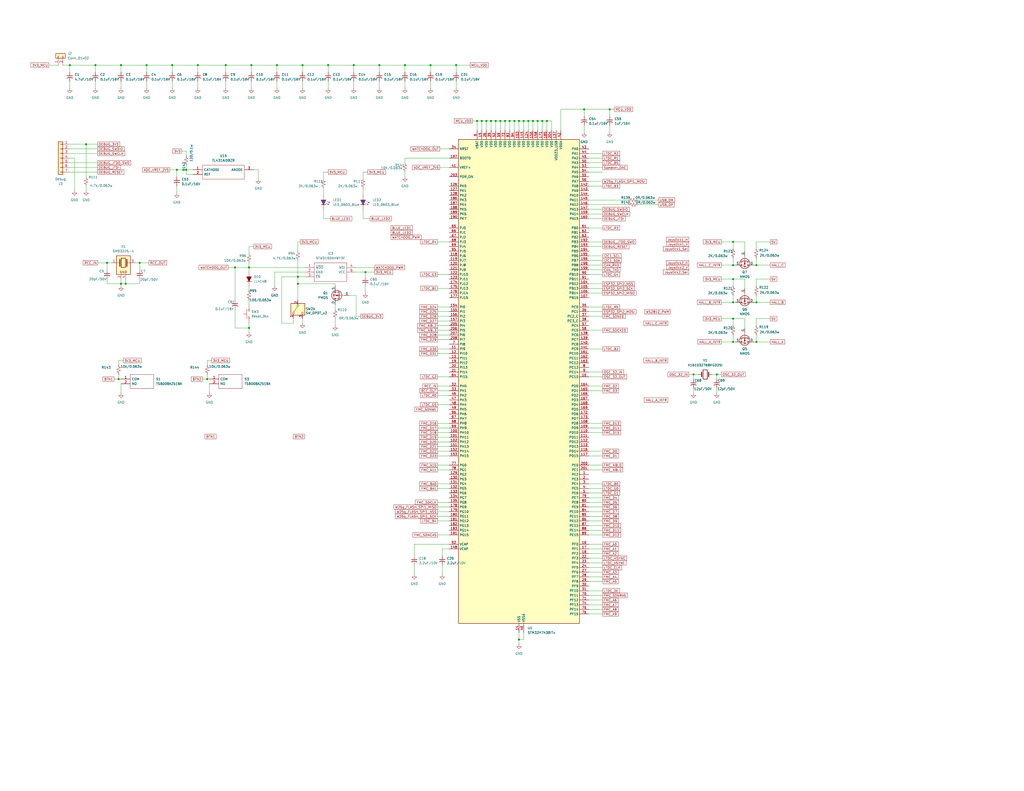
<source format=kicad_sch>
(kicad_sch (version 20250114) (generator "eeschema") (generator_version "9.0")
  (paper "C")
  (junction (at 207.01 35.56))
  (junction (at 234.95 35.56))
  (junction (at 58.42 143.51))
  (junction (at 38.1 35.56))
  (junction (at 113.03 207.01))
  (junction (at 135.89 179.07))
  (junction (at 295.91 66.04))
  (junction (at 52.07 35.56))
  (junction (at 298.45 66.04))
  (junction (at 283.21 66.04))
  (junction (at 280.67 66.04))
  (junction (at 278.13 66.04))
  (junction (at 400.05 144.78))
  (junction (at 412.75 186.69))
  (junction (at 68.58 154.94))
  (junction (at 267.97 66.04))
  (junction (at 400.05 186.69))
  (junction (at 400.05 173.99))
  (junction (at 248.92 35.56))
  (junction (at 128.27 146.05))
  (junction (at 283.21 349.25))
  (junction (at 262.89 66.04))
  (junction (at 64.77 207.01))
  (junction (at 275.59 66.04))
  (junction (at 270.51 66.04))
  (junction (at 391.16 204.47))
  (junction (at 400.05 152.4))
  (junction (at 400.05 165.1))
  (junction (at 378.46 204.47))
  (junction (at 265.43 66.04))
  (junction (at 260.35 66.04))
  (junction (at 318.77 59.69))
  (junction (at 273.05 66.04))
  (junction (at 332.74 59.69))
  (junction (at 123.19 35.56))
  (junction (at 412.75 165.1))
  (junction (at 412.75 144.78))
  (junction (at 293.37 66.04))
  (junction (at 66.04 35.56))
  (junction (at 137.16 35.56))
  (junction (at 400.05 132.08))
  (junction (at 285.75 66.04))
  (junction (at 101.6 92.71))
  (junction (at 107.95 35.56))
  (junction (at 193.04 35.56))
  (junction (at 151.13 35.56))
  (junction (at 80.01 35.56))
  (junction (at 135.89 146.05))
  (junction (at 162.56 151.13))
  (junction (at 288.29 66.04))
  (junction (at 162.56 154.94))
  (junction (at 66.04 154.94))
  (junction (at 179.07 35.56))
  (junction (at 96.52 92.71))
  (junction (at 199.39 148.59))
  (junction (at 76.2 143.51))
  (junction (at 46.99 78.74))
  (junction (at 290.83 66.04))
  (junction (at 220.98 35.56))
  (junction (at 93.98 35.56))
  (junction (at 165.1 35.56))
  (wire (pts (xy 375.92 204.47) (xy 378.46 204.47)))
  (wire (pts (xy 321.31 302.26) (xy 328.93 302.26)))
  (wire (pts (xy 412.75 186.69) (xy 411.48 186.69)))
  (wire (pts (xy 160.02 176.53) (xy 153.67 176.53)))
  (wire (pts (xy 321.31 304.8) (xy 328.93 304.8)))
  (wire (pts (xy 135.89 134.62) (xy 135.89 138.43)))
  (wire (pts (xy 321.31 111.76) (xy 342.9 111.76)))
  (wire (pts (xy 412.75 144.78) (xy 420.37 144.78)))
  (wire (pts (xy 321.31 332.74) (xy 328.93 332.74)))
  (wire (pts (xy 240.03 91.44) (xy 245.11 91.44)))
  (wire (pts (xy 260.35 66.04) (xy 260.35 71.12)))
  (wire (pts (xy 99.06 82.55) (xy 101.6 82.55)))
  (wire (pts (xy 412.75 186.69) (xy 420.37 186.69)))
  (wire (pts (xy 238.76 233.68) (xy 245.11 233.68)))
  (wire (pts (xy 378.46 204.47) (xy 381 204.47)))
  (wire (pts (xy 38.1 81.28) (xy 53.34 81.28)))
  (wire (pts (xy 321.31 246.38) (xy 328.93 246.38)))
  (wire (pts (xy 347.98 109.22) (xy 359.41 109.22)))
  (wire (pts (xy 179.07 39.37) (xy 179.07 35.56)))
  (wire (pts (xy 293.37 71.12) (xy 293.37 66.04)))
  (wire (pts (xy 298.45 66.04) (xy 295.91 66.04)))
  (wire (pts (xy 412.75 140.97) (xy 412.75 144.78)))
  (wire (pts (xy 321.31 210.82) (xy 328.93 210.82)))
  (wire (pts (xy 182.88 166.37) (xy 182.88 168.91)))
  (wire (pts (xy 412.75 165.1) (xy 420.37 165.1)))
  (wire (pts (xy 273.05 66.04) (xy 270.51 66.04)))
  (wire (pts (xy 151.13 44.45) (xy 151.13 48.26)))
  (wire (pts (xy 245.11 299.72) (xy 241.3 299.72)))
  (wire (pts (xy 160.02 173.99) (xy 160.02 176.53)))
  (wire (pts (xy 68.58 154.94) (xy 66.04 154.94)))
  (wire (pts (xy 270.51 71.12) (xy 270.51 66.04)))
  (wire (pts (xy 194.31 172.72) (xy 194.31 161.29)))
  (wire (pts (xy 198.12 102.87) (xy 198.12 106.68)))
  (wire (pts (xy 273.05 71.12) (xy 273.05 66.04)))
  (wire (pts (xy 238.76 182.88) (xy 245.11 182.88)))
  (wire (pts (xy 193.04 44.45) (xy 193.04 48.26)))
  (wire (pts (xy 321.31 205.74) (xy 328.93 205.74)))
  (wire (pts (xy 153.67 176.53) (xy 153.67 151.13)))
  (wire (pts (xy 238.76 210.82) (xy 245.11 210.82)))
  (wire (pts (xy 226.06 308.61) (xy 226.06 313.69)))
  (wire (pts (xy 163.83 132.08) (xy 162.56 132.08)))
  (wire (pts (xy 321.31 271.78) (xy 328.93 271.78)))
  (wire (pts (xy 406.4 132.08) (xy 400.05 132.08)))
  (wire (pts (xy 378.46 204.47) (xy 378.46 207.01)))
  (wire (pts (xy 113.03 204.47) (xy 113.03 207.01)))
  (wire (pts (xy 321.31 101.6) (xy 328.93 101.6)))
  (wire (pts (xy 400.05 144.78) (xy 401.32 144.78)))
  (wire (pts (xy 321.31 281.94) (xy 328.93 281.94)))
  (wire (pts (xy 179.07 93.98) (xy 176.53 93.98)))
  (wire (pts (xy 38.1 44.45) (xy 38.1 48.26)))
  (wire (pts (xy 200.66 93.98) (xy 198.12 93.98)))
  (wire (pts (xy 151.13 35.56) (xy 137.16 35.56)))
  (wire (pts (xy 182.88 154.94) (xy 182.88 156.21)))
  (wire (pts (xy 290.83 71.12) (xy 290.83 66.04)))
  (wire (pts (xy 257.81 66.04) (xy 260.35 66.04)))
  (wire (pts (xy 321.31 116.84) (xy 328.93 116.84)))
  (wire (pts (xy 318.77 59.69) (xy 332.74 59.69)))
  (wire (pts (xy 40.64 104.14) (xy 40.64 86.36)))
  (wire (pts (xy 321.31 312.42) (xy 328.93 312.42)))
  (wire (pts (xy 238.76 190.5) (xy 245.11 190.5)))
  (wire (pts (xy 298.45 66.04) (xy 300.99 66.04)))
  (wire (pts (xy 321.31 236.22) (xy 328.93 236.22)))
  (wire (pts (xy 194.31 172.72) (xy 196.85 172.72)))
  (wire (pts (xy 400.05 165.1) (xy 401.32 165.1)))
  (wire (pts (xy 321.31 279.4) (xy 328.93 279.4)))
  (wire (pts (xy 245.11 297.18) (xy 226.06 297.18)))
  (wire (pts (xy 321.31 297.18) (xy 328.93 297.18)))
  (wire (pts (xy 162.56 142.24) (xy 162.56 151.13)))
  (wire (pts (xy 306.07 71.12) (xy 306.07 59.69)))
  (wire (pts (xy 238.76 170.18) (xy 245.11 170.18)))
  (wire (pts (xy 391.16 212.09) (xy 391.16 214.63)))
  (wire (pts (xy 288.29 71.12) (xy 288.29 66.04)))
  (wire (pts (xy 135.89 143.51) (xy 135.89 146.05)))
  (wire (pts (xy 58.42 143.51) (xy 58.42 147.32)))
  (wire (pts (xy 406.4 173.99) (xy 400.05 173.99)))
  (wire (pts (xy 321.31 190.5) (xy 328.93 190.5)))
  (wire (pts (xy 52.07 44.45) (xy 52.07 48.26)))
  (wire (pts (xy 165.1 44.45) (xy 165.1 48.26)))
  (wire (pts (xy 66.04 44.45) (xy 66.04 48.26)))
  (wire (pts (xy 135.89 146.05) (xy 135.89 148.59)))
  (wire (pts (xy 135.89 156.21) (xy 135.89 158.75)))
  (wire (pts (xy 220.98 93.98) (xy 220.98 96.52)))
  (wire (pts (xy 321.31 160.02) (xy 328.93 160.02)))
  (wire (pts (xy 321.31 289.56) (xy 328.93 289.56)))
  (wire (pts (xy 283.21 71.12) (xy 283.21 66.04)))
  (wire (pts (xy 290.83 66.04) (xy 288.29 66.04)))
  (wire (pts (xy 165.1 173.99) (xy 165.1 176.53)))
  (wire (pts (xy 321.31 139.7) (xy 328.93 139.7)))
  (wire (pts (xy 388.62 204.47) (xy 391.16 204.47)))
  (wire (pts (xy 58.42 154.94) (xy 66.04 154.94)))
  (wire (pts (xy 283.21 349.25) (xy 283.21 351.79)))
  (wire (pts (xy 321.31 256.54) (xy 328.93 256.54)))
  (wire (pts (xy 238.76 177.8) (xy 245.11 177.8)))
  (wire (pts (xy 321.31 132.08) (xy 328.93 132.08)))
  (wire (pts (xy 76.2 143.51) (xy 81.28 143.51)))
  (wire (pts (xy 321.31 264.16) (xy 328.93 264.16)))
  (wire (pts (xy 101.6 90.17) (xy 101.6 92.71)))
  (wire (pts (xy 207.01 44.45) (xy 207.01 48.26)))
  (wire (pts (xy 96.52 92.71) (xy 101.6 92.71)))
  (wire (pts (xy 321.31 142.24) (xy 328.93 142.24)))
  (wire (pts (xy 179.07 44.45) (xy 179.07 48.26)))
  (wire (pts (xy 280.67 66.04) (xy 278.13 66.04)))
  (wire (pts (xy 283.21 66.04) (xy 280.67 66.04)))
  (wire (pts (xy 321.31 203.2) (xy 328.93 203.2)))
  (wire (pts (xy 193.04 35.56) (xy 179.07 35.56)))
  (wire (pts (xy 60.96 143.51) (xy 58.42 143.51)))
  (wire (pts (xy 275.59 71.12) (xy 275.59 66.04)))
  (wire (pts (xy 76.2 143.51) (xy 73.66 143.51)))
  (wire (pts (xy 248.92 35.56) (xy 256.54 35.56)))
  (wire (pts (xy 275.59 66.04) (xy 273.05 66.04)))
  (wire (pts (xy 321.31 248.92) (xy 328.93 248.92)))
  (wire (pts (xy 412.75 144.78) (xy 411.48 144.78)))
  (wire (pts (xy 321.31 314.96) (xy 328.93 314.96)))
  (wire (pts (xy 96.52 101.6) (xy 96.52 105.41)))
  (wire (pts (xy 238.76 246.38) (xy 245.11 246.38)))
  (wire (pts (xy 393.7 152.4) (xy 400.05 152.4)))
  (wire (pts (xy 321.31 284.48) (xy 328.93 284.48)))
  (wire (pts (xy 306.07 59.69) (xy 318.77 59.69)))
  (wire (pts (xy 238.76 185.42) (xy 245.11 185.42)))
  (wire (pts (xy 321.31 335.28) (xy 328.93 335.28)))
  (wire (pts (xy 238.76 243.84) (xy 245.11 243.84)))
  (wire (pts (xy 113.03 207.01) (xy 114.3 207.01)))
  (wire (pts (xy 298.45 71.12) (xy 298.45 66.04)))
  (wire (pts (xy 406.4 152.4) (xy 406.4 157.48)))
  (wire (pts (xy 265.43 71.12) (xy 265.43 66.04)))
  (wire (pts (xy 400.05 173.99) (xy 400.05 177.8)))
  (wire (pts (xy 193.04 39.37) (xy 193.04 35.56)))
  (wire (pts (xy 137.16 44.45) (xy 137.16 48.26)))
  (wire (pts (xy 393.7 173.99) (xy 400.05 173.99)))
  (wire (pts (xy 420.37 132.08) (xy 412.75 132.08)))
  (wire (pts (xy 137.16 39.37) (xy 137.16 35.56)))
  (wire (pts (xy 80.01 35.56) (xy 66.04 35.56)))
  (wire (pts (xy 321.31 88.9) (xy 328.93 88.9)))
  (wire (pts (xy 332.74 63.5) (xy 332.74 59.69)))
  (wire (pts (xy 321.31 109.22) (xy 342.9 109.22)))
  (wire (pts (xy 412.75 152.4) (xy 412.75 156.21)))
  (wire (pts (xy 248.92 35.56) (xy 234.95 35.56)))
  (wire (pts (xy 270.51 66.04) (xy 267.97 66.04)))
  (wire (pts (xy 267.97 71.12) (xy 267.97 66.04)))
  (wire (pts (xy 151.13 39.37) (xy 151.13 35.56)))
  (wire (pts (xy 321.31 114.3) (xy 328.93 114.3)))
  (wire (pts (xy 238.76 132.08) (xy 245.11 132.08)))
  (wire (pts (xy 321.31 99.06) (xy 328.93 99.06)))
  (wire (pts (xy 46.99 101.6) (xy 46.99 104.14)))
  (wire (pts (xy 153.67 151.13) (xy 162.56 151.13)))
  (wire (pts (xy 288.29 66.04) (xy 285.75 66.04)))
  (wire (pts (xy 135.89 163.83) (xy 135.89 166.37)))
  (wire (pts (xy 238.76 175.26) (xy 245.11 175.26)))
  (wire (pts (xy 207.01 35.56) (xy 193.04 35.56)))
  (wire (pts (xy 321.31 276.86) (xy 328.93 276.86)))
  (wire (pts (xy 393.7 132.08) (xy 400.05 132.08)))
  (wire (pts (xy 46.99 78.74) (xy 46.99 96.52)))
  (wire (pts (xy 176.53 102.87) (xy 176.53 106.68)))
  (wire (pts (xy 38.1 88.9) (xy 53.34 88.9)))
  (wire (pts (xy 101.6 92.71) (xy 105.41 92.71)))
  (wire (pts (xy 64.77 207.01) (xy 66.04 207.01)))
  (wire (pts (xy 295.91 71.12) (xy 295.91 66.04)))
  (wire (pts (xy 238.76 149.86) (xy 245.11 149.86)))
  (wire (pts (xy 182.88 173.99) (xy 182.88 177.8)))
  (wire (pts (xy 128.27 163.83) (xy 128.27 146.05)))
  (wire (pts (xy 234.95 35.56) (xy 220.98 35.56)))
  (wire (pts (xy 198.12 114.3) (xy 198.12 119.38)))
  (wire (pts (xy 38.1 83.82) (xy 53.34 83.82)))
  (wire (pts (xy 420.37 152.4) (xy 412.75 152.4)))
  (wire (pts (xy 101.6 82.55) (xy 101.6 85.09)))
  (wire (pts (xy 162.56 151.13) (xy 162.56 154.94)))
  (wire (pts (xy 194.31 148.59) (xy 199.39 148.59)))
  (wire (pts (xy 135.89 179.07) (xy 135.89 181.61)))
  (wire (pts (xy 66.04 39.37) (xy 66.04 35.56)))
  (wire (pts (xy 238.76 276.86) (xy 245.11 276.86)))
  (wire (pts (xy 321.31 287.02) (xy 328.93 287.02)))
  (wire (pts (xy 80.01 44.45) (xy 80.01 48.26)))
  (wire (pts (xy 38.1 91.44) (xy 53.34 91.44)))
  (wire (pts (xy 220.98 44.45) (xy 220.98 48.26)))
  (wire (pts (xy 262.89 66.04) (xy 262.89 71.12)))
  (wire (pts (xy 220.98 39.37) (xy 220.98 35.56)))
  (wire (pts (xy 137.16 35.56) (xy 123.19 35.56)))
  (wire (pts (xy 321.31 93.98) (xy 328.93 93.98)))
  (wire (pts (xy 238.76 220.98) (xy 245.11 220.98)))
  (wire (pts (xy 66.04 209.55) (xy 66.04 214.63)))
  (wire (pts (xy 149.86 148.59) (xy 149.86 156.21)))
  (wire (pts (xy 93.98 44.45) (xy 93.98 48.26)))
  (wire (pts (xy 391.16 204.47) (xy 393.7 204.47)))
  (wire (pts (xy 76.2 147.32) (xy 76.2 143.51)))
  (wire (pts (xy 238.76 248.92) (xy 245.11 248.92)))
  (wire (pts (xy 400.05 132.08) (xy 400.05 135.89)))
  (wire (pts (xy 101.6 95.25) (xy 101.6 92.71)))
  (wire (pts (xy 285.75 349.25) (xy 283.21 349.25)))
  (wire (pts (xy 293.37 66.04) (xy 290.83 66.04)))
  (wire (pts (xy 260.35 66.04) (xy 262.89 66.04)))
  (wire (pts (xy 412.75 173.99) (xy 412.75 177.8)))
  (wire (pts (xy 194.31 146.05) (xy 204.47 146.05)))
  (wire (pts (xy 194.31 161.29) (xy 190.5 161.29)))
  (wire (pts (xy 53.34 143.51) (xy 58.42 143.51)))
  (wire (pts (xy 400.05 140.97) (xy 400.05 144.78)))
  (wire (pts (xy 412.75 165.1) (xy 411.48 165.1)))
  (wire (pts (xy 406.4 152.4) (xy 400.05 152.4)))
  (wire (pts (xy 110.49 207.01) (xy 113.03 207.01)))
  (wire (pts (xy 238.76 266.7) (xy 245.11 266.7)))
  (wire (pts (xy 321.31 167.64) (xy 328.93 167.64)))
  (wire (pts (xy 321.31 144.78) (xy 328.93 144.78)))
  (wire (pts (xy 321.31 269.24) (xy 328.93 269.24)))
  (wire (pts (xy 241.3 308.61) (xy 241.3 313.69)))
  (wire (pts (xy 38.1 35.56) (xy 38.1 39.37)))
  (wire (pts (xy 198.12 93.98) (xy 198.12 97.79)))
  (wire (pts (xy 238.76 256.54) (xy 245.11 256.54)))
  (wire (pts (xy 321.31 299.72) (xy 328.93 299.72)))
  (wire (pts (xy 240.03 81.28) (xy 245.11 81.28)))
  (wire (pts (xy 40.64 86.36) (xy 38.1 86.36)))
  (wire (pts (xy 93.98 39.37) (xy 93.98 35.56)))
  (wire (pts (xy 347.98 111.76) (xy 359.41 111.76)))
  (wire (pts (xy 295.91 66.04) (xy 293.37 66.04)))
  (wire (pts (xy 105.41 95.25) (xy 101.6 95.25)))
  (wire (pts (xy 321.31 327.66) (xy 328.93 327.66)))
  (wire (pts (xy 321.31 147.32) (xy 328.93 147.32)))
  (wire (pts (xy 378.46 212.09) (xy 378.46 214.63)))
  (wire (pts (xy 220.98 86.36) (xy 245.11 86.36)))
  (wire (pts (xy 321.31 134.62) (xy 328.93 134.62)))
  (wire (pts (xy 238.76 241.3) (xy 245.11 241.3)))
  (wire (pts (xy 321.31 309.88) (xy 328.93 309.88)))
  (wire (pts (xy 238.76 264.16) (xy 245.11 264.16)))
  (wire (pts (xy 238.76 279.4) (xy 245.11 279.4)))
  (wire (pts (xy 123.19 35.56) (xy 107.95 35.56)))
  (wire (pts (xy 321.31 86.36) (xy 328.93 86.36)))
  (wire (pts (xy 285.75 66.04) (xy 283.21 66.04)))
  (wire (pts (xy 321.31 330.2) (xy 328.93 330.2)))
  (wire (pts (xy 198.12 119.38) (xy 201.93 119.38)))
  (wire (pts (xy 52.07 39.37) (xy 52.07 35.56)))
  (wire (pts (xy 238.76 231.14) (xy 245.11 231.14)))
  (wire (pts (xy 107.95 39.37) (xy 107.95 35.56)))
  (wire (pts (xy 238.76 238.76) (xy 245.11 238.76)))
  (wire (pts (xy 176.53 93.98) (xy 176.53 97.79)))
  (wire (pts (xy 67.31 196.85) (xy 64.77 196.85)))
  (wire (pts (xy 80.01 39.37) (xy 80.01 35.56)))
  (wire (pts (xy 393.7 186.69) (xy 400.05 186.69)))
  (wire (pts (xy 318.77 68.58) (xy 318.77 72.39)))
  (wire (pts (xy 321.31 170.18) (xy 328.93 170.18)))
  (wire (pts (xy 412.75 182.88) (xy 412.75 186.69)))
  (wire (pts (xy 176.53 114.3) (xy 176.53 119.38)))
  (wire (pts (xy 412.75 132.08) (xy 412.75 135.89)))
  (wire (pts (xy 321.31 91.44) (xy 328.93 91.44)))
  (wire (pts (xy 241.3 299.72) (xy 241.3 303.53)))
  (wire (pts (xy 166.37 148.59) (xy 149.86 148.59)))
  (wire (pts (xy 128.27 168.91) (xy 128.27 179.07)))
  (wire (pts (xy 321.31 154.94) (xy 328.93 154.94)))
  (wire (pts (xy 412.75 161.29) (xy 412.75 165.1)))
  (wire (pts (xy 162.56 132.08) (xy 162.56 137.16)))
  (wire (pts (xy 321.31 266.7) (xy 328.93 266.7)))
  (wire (pts (xy 165.1 35.56) (xy 151.13 35.56)))
  (wire (pts (xy 92.71 92.71) (xy 96.52 92.71)))
  (wire (pts (xy 248.92 44.45) (xy 248.92 48.26)))
  (wire (pts (xy 393.7 144.78) (xy 400.05 144.78)))
  (wire (pts (xy 68.58 152.4) (xy 68.58 154.94)))
  (wire (pts (xy 238.76 254) (xy 245.11 254)))
  (wire (pts (xy 332.74 59.69) (xy 335.28 59.69)))
  (wire (pts (xy 138.43 134.62) (xy 135.89 134.62)))
  (wire (pts (xy 321.31 119.38) (xy 328.93 119.38)))
  (wire (pts (xy 124.46 146.05) (xy 128.27 146.05)))
  (wire (pts (xy 280.67 71.12) (xy 280.67 66.04)))
  (wire (pts (xy 52.07 35.56) (xy 38.1 35.56)))
  (wire (pts (xy 238.76 215.9) (xy 245.11 215.9)))
  (wire (pts (xy 76.2 152.4) (xy 76.2 154.94)))
  (wire (pts (xy 321.31 213.36) (xy 328.93 213.36)))
  (wire (pts (xy 400.05 182.88) (xy 400.05 186.69)))
  (wire (pts (xy 321.31 231.14) (xy 328.93 231.14)))
  (wire (pts (xy 406.4 173.99) (xy 406.4 179.07)))
  (wire (pts (xy 238.76 292.1) (xy 245.11 292.1)))
  (wire (pts (xy 321.31 180.34) (xy 328.93 180.34)))
  (wire (pts (xy 107.95 44.45) (xy 107.95 48.26)))
  (wire (pts (xy 68.58 154.94) (xy 76.2 154.94)))
  (wire (pts (xy 162.56 151.13) (xy 166.37 151.13)))
  (wire (pts (xy 46.99 78.74) (xy 53.34 78.74)))
  (wire (pts (xy 391.16 204.47) (xy 391.16 207.01)))
  (wire (pts (xy 140.97 92.71) (xy 140.97 97.79)))
  (wire (pts (xy 278.13 66.04) (xy 275.59 66.04)))
  (wire (pts (xy 115.57 196.85) (xy 113.03 196.85)))
  (wire (pts (xy 238.76 167.64) (xy 245.11 167.64)))
  (wire (pts (xy 179.07 35.56) (xy 165.1 35.56)))
  (wire (pts (xy 238.76 193.04) (xy 245.11 193.04)))
  (wire (pts (xy 238.76 205.74) (xy 245.11 205.74)))
  (wire (pts (xy 52.07 35.56) (xy 66.04 35.56)))
  (wire (pts (xy 199.39 148.59) (xy 199.39 151.13)))
  (wire (pts (xy 321.31 322.58) (xy 328.93 322.58)))
  (wire (pts (xy 321.31 317.5) (xy 328.93 317.5)))
  (wire (pts (xy 220.98 86.36) (xy 220.98 88.9)))
  (wire (pts (xy 128.27 146.05) (xy 135.89 146.05)))
  (wire (pts (xy 114.3 209.55) (xy 114.3 214.63)))
  (wire (pts (xy 278.13 71.12) (xy 278.13 66.04)))
  (wire (pts (xy 332.74 68.58) (xy 332.74 72.39)))
  (wire (pts (xy 238.76 284.48) (xy 245.11 284.48)))
  (wire (pts (xy 113.03 196.85) (xy 113.03 199.39)))
  (wire (pts (xy 238.76 180.34) (xy 245.11 180.34)))
  (wire (pts (xy 321.31 172.72) (xy 328.93 172.72)))
  (wire (pts (xy 321.31 254) (xy 328.93 254)))
  (wire (pts (xy 62.23 207.01) (xy 64.77 207.01)))
  (wire (pts (xy 238.76 172.72) (xy 245.11 172.72)))
  (wire (pts (xy 138.43 92.71) (xy 140.97 92.71)))
  (wire (pts (xy 238.76 281.94) (xy 245.11 281.94)))
  (wire (pts (xy 135.89 176.53) (xy 135.89 179.07)))
  (wire (pts (xy 420.37 173.99) (xy 412.75 173.99)))
  (wire (pts (xy 321.31 149.86) (xy 328.93 149.86)))
  (wire (pts (xy 66.04 152.4) (xy 66.04 154.94)))
  (wire (pts (xy 58.42 152.4) (xy 58.42 154.94)))
  (wire (pts (xy 321.31 274.32) (xy 328.93 274.32)))
  (wire (pts (xy 38.1 78.74) (xy 46.99 78.74)))
  (wire (pts (xy 300.99 71.12) (xy 300.99 66.04)))
  (wire (pts (xy 238.76 213.36) (xy 245.11 213.36)))
  (wire (pts (xy 123.19 44.45) (xy 123.19 48.26)))
  (wire (pts (xy 265.43 66.04) (xy 262.89 66.04)))
  (wire (pts (xy 248.92 39.37) (xy 248.92 35.56)))
  (wire (pts (xy 165.1 39.37) (xy 165.1 35.56)))
  (wire (pts (xy 64.77 204.47) (xy 64.77 207.01)))
  (wire (pts (xy 285.75 345.44) (xy 285.75 349.25)))
  (wire (pts (xy 207.01 35.56) (xy 220.98 35.56)))
  (wire (pts (xy 238.76 157.48) (xy 245.11 157.48)))
  (wire (pts (xy 64.77 196.85) (xy 64.77 199.39)))
  (wire (pts (xy 321.31 307.34) (xy 328.93 307.34)))
  (wire (pts (xy 400.05 161.29) (xy 400.05 165.1)))
  (wire (pts (xy 321.31 157.48) (xy 328.93 157.48)))
  (wire (pts (xy 393.7 165.1) (xy 400.05 165.1)))
  (wire (pts (xy 199.39 148.59) (xy 204.47 148.59)))
  (wire (pts (xy 406.4 132.08) (xy 406.4 137.16)))
  (wire (pts (xy 96.52 96.52) (xy 96.52 92.71)))
  (wire (pts (xy 107.95 35.56) (xy 93.98 35.56)))
  (wire (pts (xy 321.31 83.82) (xy 328.93 83.82)))
  (wire (pts (xy 128.27 179.07) (xy 135.89 179.07)))
  (wire (pts (xy 238.76 274.32) (xy 245.11 274.32)))
  (wire (pts (xy 283.21 345.44) (xy 283.21 349.25)))
  (wire (pts (xy 34.29 35.56) (xy 38.1 35.56)))
  (wire (pts (xy 234.95 44.45) (xy 234.95 48.26)))
  (wire (pts (xy 226.06 297.18) (xy 226.06 303.53)))
  (wire (pts (xy 162.56 154.94) (xy 162.56 163.83)))
  (wire (pts (xy 38.1 93.98) (xy 53.34 93.98)))
  (wire (pts (xy 321.31 233.68) (xy 328.93 233.68)))
  (wire (pts (xy 135.89 146.05) (xy 166.37 146.05)))
  (wire (pts (xy 321.31 124.46) (xy 328.93 124.46)))
  (wire (pts (xy 162.56 154.94) (xy 182.88 154.94)))
  (wire (pts (xy 199.39 156.21) (xy 199.39 160.02)))
  (wire (pts (xy 66.04 154.94) (xy 66.04 156.21)))
  (wire (pts (xy 321.31 325.12) (xy 328.93 325.12)))
  (wire (pts (xy 93.98 35.56) (xy 80.01 35.56)))
  (wire (pts (xy 267.97 66.04) (xy 265.43 66.04)))
  (wire (pts (xy 234.95 39.37) (xy 234.95 35.56)))
  (wire (pts (xy 26.67 35.56) (xy 31.75 35.56)))
  (wire (pts (xy 123.19 39.37) (xy 123.19 35.56)))
  (wire (pts (xy 400.05 186.69) (xy 401.32 186.69)))
  (wire (pts (xy 207.01 39.37) (xy 207.01 35.56)))
  (wire (pts (xy 238.76 236.22) (xy 245.11 236.22)))
  (wire (pts (xy 321.31 292.1) (xy 328.93 292.1)))
  (wire (pts (xy 318.77 63.5) (xy 318.77 59.69)))
  (wire (pts (xy 400.05 152.4) (xy 400.05 156.21)))
  (wire (pts (xy 180.34 119.38) (xy 176.53 119.38)))
  (wire (pts (xy 285.75 71.12) (xy 285.75 66.04)))
  (global_label "FMC_D10" (shape passive) (at 328.93 287.02 0) (property "Intersheetrefs" "${INTERSHEET_REFS}" (effects (hide yes))))
  (global_label "FMC_D2" (shape passive) (at 328.93 210.82 0) (property "Intersheetrefs" "${INTERSHEET_REFS}" (effects (hide yes))))
  (global_label "3V3_MCU" (shape passive) (at 393.7 173.99 180) (property "Intersheetrefs" "${INTERSHEET_REFS}" (effects (hide yes))))
  (global_label "Speaker_DAC" (shape passive) (at 328.93 91.44 0) (property "Intersheetrefs" "${INTERSHEET_REFS}" (effects (hide yes))))
  (global_label "MCU_VDD" (shape passive) (at 335.28 59.69 0) (property "Intersheetrefs" "${INTERSHEET_REFS}" (effects (hide yes))))
  (global_label "I2C1_SCL" (shape passive) (at 328.93 139.7 0) (property "Intersheetrefs" "${INTERSHEET_REFS}" (effects (hide yes))))
  (global_label "Joystick1_V" (shape passive) (at 375.92 133.35 180) (property "Intersheetrefs" "${INTERSHEET_REFS}" (effects (hide yes))))
  (global_label "3V3_MCU" (shape passive) (at 67.31 196.85 0) (property "Intersheetrefs" "${INTERSHEET_REFS}" (effects (hide yes))))
  (global_label "FMC_D6" (shape passive) (at 328.93 276.86 0) (property "Intersheetrefs" "${INTERSHEET_REFS}" (effects (hide yes))))
  (global_label "LTDC_B4" (shape passive) (at 238.76 284.48 180) (property "Intersheetrefs" "${INTERSHEET_REFS}" (effects (hide yes))))
  (global_label "FMC_D28" (shape passive) (at 238.76 182.88 180) (property "Intersheetrefs" "${INTERSHEET_REFS}" (effects (hide yes))))
  (global_label "RCC_OUT" (shape passive) (at 238.76 213.36 180) (property "Intersheetrefs" "${INTERSHEET_REFS}" (effects (hide yes))))
  (global_label "LTDC_G5" (shape passive) (at 238.76 220.98 180) (property "Intersheetrefs" "${INTERSHEET_REFS}" (effects (hide yes))))
  (global_label "Joystick1_Sel" (shape passive) (at 375.92 135.89 180) (property "Intersheetrefs" "${INTERSHEET_REFS}" (effects (hide yes))))
  (global_label "FMC_D16" (shape passive) (at 238.76 231.14 180) (property "Intersheetrefs" "${INTERSHEET_REFS}" (effects (hide yes))))
  (global_label "HALL_C_INTR" (shape passive) (at 393.7 144.78 180) (property "Intersheetrefs" "${INTERSHEET_REFS}" (effects (hide yes))))
  (global_label "FMC_NBL3" (shape passive) (at 238.76 180.34 180) (property "Intersheetrefs" "${INTERSHEET_REFS}" (effects (hide yes))))
  (global_label "FMC_SDNE0" (shape passive) (at 328.93 172.72 0) (property "Intersheetrefs" "${INTERSHEET_REFS}" (effects (hide yes))))
  (global_label "ESP32_SPI2_NSS" (shape passive) (at 328.93 154.94 0) (property "Intersheetrefs" "${INTERSHEET_REFS}" (effects (hide yes))))
  (global_label "WATCHDOG_PWM" (shape passive) (at 213.36 129.54 0) (property "Intersheetrefs" "${INTERSHEET_REFS}" (effects (hide yes))))
  (global_label "LTDC_B3" (shape passive) (at 328.93 101.6 0) (property "Intersheetrefs" "${INTERSHEET_REFS}" (effects (hide yes))))
  (global_label "3V3_MCU" (shape passive) (at 179.07 93.98 0) (property "Intersheetrefs" "${INTERSHEET_REFS}" (effects (hide yes))))
  (global_label "FMC_NBL2" (shape passive) (at 238.76 177.8 180) (property "Intersheetrefs" "${INTERSHEET_REFS}" (effects (hide yes))))
  (global_label "DEBUG_3V3" (shape passive) (at 196.85 172.72 0) (property "Intersheetrefs" "${INTERSHEET_REFS}" (effects (hide yes))))
  (global_label "FMC_D23" (shape passive) (at 238.76 248.92 180) (property "Intersheetrefs" "${INTERSHEET_REFS}" (effects (hide yes))))
  (global_label "BTN1" (shape passive) (at 62.23 207.01 180) (property "Intersheetrefs" "${INTERSHEET_REFS}" (effects (hide yes))))
  (global_label "FMC_NBL1" (shape passive) (at 328.93 256.54 0) (property "Intersheetrefs" "${INTERSHEET_REFS}" (effects (hide yes))))
  (global_label "FMC_D4" (shape passive) (at 328.93 271.78 0) (property "Intersheetrefs" "${INTERSHEET_REFS}" (effects (hide yes))))
  (global_label "FMC_A0" (shape passive) (at 328.93 297.18 0) (property "Intersheetrefs" "${INTERSHEET_REFS}" (effects (hide yes))))
  (global_label "FMC_A6" (shape passive) (at 328.93 327.66 0) (property "Intersheetrefs" "${INTERSHEET_REFS}" (effects (hide yes))))
  (global_label "MCU_VDD" (shape passive) (at 256.54 35.56 0) (property "Intersheetrefs" "${INTERSHEET_REFS}" (effects (hide yes))))
  (global_label "FMC_D12" (shape passive) (at 328.93 292.1 0) (property "Intersheetrefs" "${INTERSHEET_REFS}" (effects (hide yes))))
  (global_label "BTN1" (shape passive) (at 117.9382 238.3714 180) (property "Intersheetrefs" "${INTERSHEET_REFS}" (effects (hide yes))))
  (global_label "DEBUG_JTDO_SWO" (shape passive) (at 328.93 132.08 0) (property "Intersheetrefs" "${INTERSHEET_REFS}" (effects (hide yes))))
  (global_label "ESP32_SPI2_MISO" (shape passive) (at 328.93 160.02 0) (property "Intersheetrefs" "${INTERSHEET_REFS}" (effects (hide yes))))
  (global_label "DEBUG_SWDIO" (shape passive) (at 328.93 114.3 0) (property "Intersheetrefs" "${INTERSHEET_REFS}" (effects (hide yes))))
  (global_label "FMC_D3" (shape passive) (at 328.93 213.36 0) (property "Intersheetrefs" "${INTERSHEET_REFS}" (effects (hide yes))))
  (global_label "FMC_SDNWE" (shape passive) (at 238.76 223.52 180) (property "Intersheetrefs" "${INTERSHEET_REFS}" (effects (hide yes))))
  (global_label "W25q_FLASH_SPI1_MOSI" (shape passive) (at 328.93 99.06 0) (property "Intersheetrefs" "${INTERSHEET_REFS}" (effects (hide yes))))
  (global_label "3V3" (shape passive) (at 99.06 82.55 180) (property "Intersheetrefs" "${INTERSHEET_REFS}" (effects (hide yes))))
  (global_label "FMC_D17" (shape passive) (at 238.76 233.68 180) (property "Intersheetrefs" "${INTERSHEET_REFS}" (effects (hide yes))))
  (global_label "LTDC_G2" (shape passive) (at 238.76 205.74 180) (property "Intersheetrefs" "${INTERSHEET_REFS}" (effects (hide yes))))
  (global_label "FMC_D9" (shape passive) (at 328.93 284.48 0) (property "Intersheetrefs" "${INTERSHEET_REFS}" (effects (hide yes))))
  (global_label "FMC_D7" (shape passive) (at 328.93 279.4 0) (property "Intersheetrefs" "${INTERSHEET_REFS}" (effects (hide yes))))
  (global_label "FMC_D1" (shape passive) (at 328.93 248.92 0) (property "Intersheetrefs" "${INTERSHEET_REFS}" (effects (hide yes))))
  (global_label "BLUE_LED2" (shape passive) (at 201.93 119.38 0) (property "Intersheetrefs" "${INTERSHEET_REFS}" (effects (hide yes))))
  (global_label "LTDC_R4" (shape passive) (at 238.76 132.08 180) (property "Intersheetrefs" "${INTERSHEET_REFS}" (effects (hide yes))))
  (global_label "LTDC_CLK" (shape passive) (at 328.93 309.88 0) (property "Intersheetrefs" "${INTERSHEET_REFS}" (effects (hide yes))))
  (global_label "FMC_D21" (shape passive) (at 238.76 243.84 180) (property "Intersheetrefs" "${INTERSHEET_REFS}" (effects (hide yes))))
  (global_label "MCU_VDD" (shape passive) (at 257.81 66.04 180) (property "Intersheetrefs" "${INTERSHEET_REFS}" (effects (hide yes))))
  (global_label "RCC_IN" (shape passive) (at 53.34 143.51 180) (property "Intersheetrefs" "${INTERSHEET_REFS}" (effects (hide yes))))
  (global_label "Joystick2_Sel" (shape passive) (at 375.92 148.59 180) (property "Intersheetrefs" "${INTERSHEET_REFS}" (effects (hide yes))))
  (global_label "LTDC_G4" (shape passive) (at 328.93 149.86 0) (property "Intersheetrefs" "${INTERSHEET_REFS}" (effects (hide yes))))
  (global_label "FMC_D22" (shape passive) (at 238.76 246.38 180) (property "Intersheetrefs" "${INTERSHEET_REFS}" (effects (hide yes))))
  (global_label "DEBUG_3V3" (shape passive) (at 53.34 78.74 0) (property "Intersheetrefs" "${INTERSHEET_REFS}" (effects (hide yes))))
  (global_label "USB_DP" (shape passive) (at 359.41 111.76 0) (property "Intersheetrefs" "${INTERSHEET_REFS}" (effects (hide yes))))
  (global_label "HALL_B" (shape passive) (at 420.37 165.1 0) (property "Intersheetrefs" "${INTERSHEET_REFS}" (effects (hide yes))))
  (global_label "DEBUG_SWCLK" (shape passive) (at 53.34 83.82 0) (property "Intersheetrefs" "${INTERSHEET_REFS}" (effects (hide yes))))
  (global_label "WATCHDOG_PWM" (shape passive) (at 204.47 146.05 0) (property "Intersheetrefs" "${INTERSHEET_REFS}" (effects (hide yes))))
  (global_label "3V3_MCU" (shape passive) (at 26.67 35.56 180) (property "Intersheetrefs" "${INTERSHEET_REFS}" (effects (hide yes))))
  (global_label "DEBUG_RESET" (shape passive) (at 53.34 93.98 0) (property "Intersheetrefs" "${INTERSHEET_REFS}" (effects (hide yes))))
  (global_label "DEBUG_JTDO_SWO" (shape passive) (at 53.34 88.9 0) (property "Intersheetrefs" "${INTERSHEET_REFS}" (effects (hide yes))))
  (global_label "3V3_MCU" (shape passive) (at 393.7 152.4 180) (property "Intersheetrefs" "${INTERSHEET_REFS}" (effects (hide yes))))
  (global_label "FMC_D19" (shape passive) (at 238.76 238.76 180) (property "Intersheetrefs" "${INTERSHEET_REFS}" (effects (hide yes))))
  (global_label "FMC_D25" (shape passive) (at 238.76 170.18 180) (property "Intersheetrefs" "${INTERSHEET_REFS}" (effects (hide yes))))
  (global_label "FMC_BA1" (shape passive) (at 238.76 266.7 180) (property "Intersheetrefs" "${INTERSHEET_REFS}" (effects (hide yes))))
  (global_label "BLUE_LED1" (shape passive) (at 180.34 119.38 0) (property "Intersheetrefs" "${INTERSHEET_REFS}" (effects (hide yes))))
  (global_label "FMC_A5" (shape passive) (at 328.93 317.5 0) (property "Intersheetrefs" "${INTERSHEET_REFS}" (effects (hide yes))))
  (global_label "FMC_SDCLK" (shape passive) (at 238.76 274.32 180) (property "Intersheetrefs" "${INTERSHEET_REFS}" (effects (hide yes))))
  (global_label "HALL_C" (shape passive) (at 420.37 144.78 0) (property "Intersheetrefs" "${INTERSHEET_REFS}" (effects (hide yes))))
  (global_label "FMC_D8" (shape passive) (at 328.93 281.94 0) (property "Intersheetrefs" "${INTERSHEET_REFS}" (effects (hide yes))))
  (global_label "FMC_D5" (shape passive) (at 328.93 274.32 0) (property "Intersheetrefs" "${INTERSHEET_REFS}" (effects (hide yes))))
  (global_label "DEBUG_SWDIO" (shape passive) (at 53.34 81.28 0) (property "Intersheetrefs" "${INTERSHEET_REFS}" (effects (hide yes))))
  (global_label "HALL_A_INTR" (shape passive) (at 364.49 218.44 180) (property "Intersheetrefs" "${INTERSHEET_REFS}" (effects (hide yes))))
  (global_label "FMC_D11" (shape passive) (at 328.93 289.56 0) (property "Intersheetrefs" "${INTERSHEET_REFS}" (effects (hide yes))))
  (global_label "ESP32_SPI2_MOSI" (shape passive) (at 328.93 170.18 0) (property "Intersheetrefs" "${INTERSHEET_REFS}" (effects (hide yes))))
  (global_label "FMC_A8" (shape passive) (at 328.93 332.74 0) (property "Intersheetrefs" "${INTERSHEET_REFS}" (effects (hide yes))))
  (global_label "LTDC_DE" (shape passive) (at 328.93 322.58 0) (property "Intersheetrefs" "${INTERSHEET_REFS}" (effects (hide yes))))
  (global_label "Joystick2_V" (shape passive) (at 375.92 146.05 180) (property "Intersheetrefs" "${INTERSHEET_REFS}" (effects (hide yes))))
  (global_label "ESP32_SPI2_SCK" (shape passive) (at 328.93 157.48 0) (property "Intersheetrefs" "${INTERSHEET_REFS}" (effects (hide yes))))
  (global_label "FMC_D26" (shape passive) (at 238.76 172.72 180) (property "Intersheetrefs" "${INTERSHEET_REFS}" (effects (hide yes))))
  (global_label "BTN2" (shape passive) (at 110.49 207.01 180) (property "Intersheetrefs" "${INTERSHEET_REFS}" (effects (hide yes))))
  (global_label "WATCHDOG_OUT" (shape passive) (at 240.03 81.28 180) (property "Intersheetrefs" "${INTERSHEET_REFS}" (effects (hide yes))))
  (global_label "ADC_VREF_2V5" (shape passive) (at 92.71 92.71 180) (property "Intersheetrefs" "${INTERSHEET_REFS}" (effects (hide yes))))
  (global_label "LTDC_HSYNC" (shape passive) (at 328.93 304.8 0) (property "Intersheetrefs" "${INTERSHEET_REFS}" (effects (hide yes))))
  (global_label "LTDC_VSYNC" (shape passive) (at 328.93 307.34 0) (property "Intersheetrefs" "${INTERSHEET_REFS}" (effects (hide yes))))
  (global_label "FMC_D14" (shape passive) (at 328.93 233.68 0) (property "Intersheetrefs" "${INTERSHEET_REFS}" (effects (hide yes))))
  (global_label "LTDC_G3" (shape passive) (at 238.76 149.86 180) (property "Intersheetrefs" "${INTERSHEET_REFS}" (effects (hide yes))))
  (global_label "DEBUG_JTDI" (shape passive) (at 328.93 119.38 0) (property "Intersheetrefs" "${INTERSHEET_REFS}" (effects (hide yes))))
  (global_label "FMC_SDNCAS" (shape passive) (at 238.76 292.1 180) (property "Intersheetrefs" "${INTERSHEET_REFS}" (effects (hide yes))))
  (global_label "RCC_IN" (shape passive) (at 238.76 210.82 180) (property "Intersheetrefs" "${INTERSHEET_REFS}" (effects (hide yes))))
  (global_label "W25q_FLASH_SPI1_SCK" (shape passive) (at 238.76 281.94 180) (property "Intersheetrefs" "${INTERSHEET_REFS}" (effects (hide yes))))
  (global_label "HALL_A_INTR" (shape passive) (at 393.7 186.69 180) (property "Intersheetrefs" "${INTERSHEET_REFS}" (effects (hide yes))))
  (global_label "HALL_C_INTR" (shape passive) (at 364.49 176.53 180) (property "Intersheetrefs" "${INTERSHEET_REFS}" (effects (hide yes))))
  (global_label "3V3_MCU" (shape passive) (at 163.83 132.08 0) (property "Intersheetrefs" "${INTERSHEET_REFS}" (effects (hide yes))))
  (global_label "WATCHDOG_OUT" (shape passive) (at 124.46 146.05 180) (property "Intersheetrefs" "${INTERSHEET_REFS}" (effects (hide yes))))
  (global_label "HALL_A" (shape passive) (at 420.37 186.69 0) (property "Intersheetrefs" "${INTERSHEET_REFS}" (effects (hide yes))))
  (global_label "3V3_MCU" (shape passive) (at 115.57 196.85 0) (property "Intersheetrefs" "${INTERSHEET_REFS}" (effects (hide yes))))
  (global_label "FMC_D24" (shape passive) (at 238.76 167.64 180) (property "Intersheetrefs" "${INTERSHEET_REFS}" (effects (hide yes))))
  (global_label "DEBUG_JTDI" (shape passive) (at 53.34 91.44 0) (property "Intersheetrefs" "${INTERSHEET_REFS}" (effects (hide yes))))
  (global_label "FMC_A9" (shape passive) (at 328.93 335.28 0) (property "Intersheetrefs" "${INTERSHEET_REFS}" (effects (hide yes))))
  (global_label "5V" (shape passive) (at 420.37 132.08 0) (property "Intersheetrefs" "${INTERSHEET_REFS}" (effects (hide yes))))
  (global_label "USB_DM" (shape passive) (at 359.41 109.22 0) (property "Intersheetrefs" "${INTERSHEET_REFS}" (effects (hide yes))))
  (global_label "LTDC_G1" (shape passive) (at 328.93 269.24 0) (property "Intersheetrefs" "${INTERSHEET_REFS}" (effects (hide yes))))
  (global_label "HALL_B_INTR" (shape passive) (at 393.7 165.1 180) (property "Intersheetrefs" "${INTERSHEET_REFS}" (effects (hide yes))))
  (global_label "DEBUG_RESET" (shape passive) (at 328.93 134.62 0) (property "Intersheetrefs" "${INTERSHEET_REFS}" (effects (hide yes))))
  (global_label "Joystick2_H" (shape passive) (at 375.92 143.51 180) (property "Intersheetrefs" "${INTERSHEET_REFS}" (effects (hide yes))))
  (global_label "WS2812_PWM" (shape passive) (at 365.76 170.18 180) (property "Intersheetrefs" "${INTERSHEET_REFS}" (effects (hide yes))))
  (global_label "I2C1_SDA" (shape passive) (at 328.93 142.24 0) (property "Intersheetrefs" "${INTERSHEET_REFS}" (effects (hide yes))))
  (global_label "FMC_D29" (shape passive) (at 238.76 185.42 180) (property "Intersheetrefs" "${INTERSHEET_REFS}" (effects (hide yes))))
  (global_label "LTDC_B5" (shape passive) (at 328.93 88.9 0) (property "Intersheetrefs" "${INTERSHEET_REFS}" (effects (hide yes))))
  (global_label "FMC_BA0" (shape passive) (at 238.76 264.16 180) (property "Intersheetrefs" "${INTERSHEET_REFS}" (effects (hide yes))))
  (global_label "5V" (shape passive) (at 420.37 173.99 0) (property "Intersheetrefs" "${INTERSHEET_REFS}" (effects (hide yes))))
  (global_label "W25q_FLASH_SPI1_MISO" (shape passive) (at 238.76 276.86 180) (property "Intersheetrefs" "${INTERSHEET_REFS}" (effects (hide yes))))
  (global_label "BLUE_LED2" (shape passive) (at 213.36 127 0) (property "Intersheetrefs" "${INTERSHEET_REFS}" (effects (hide yes))))
  (global_label "FMC_A4" (shape passive) (at 328.93 314.96 0) (property "Intersheetrefs" "${INTERSHEET_REFS}" (effects (hide yes))))
  (global_label "LTDC_B2" (shape passive) (at 328.93 190.5 0) (property "Intersheetrefs" "${INTERSHEET_REFS}" (effects (hide yes))))
  (global_label "FMC_D30" (shape passive) (at 238.76 190.5 180) (property "Intersheetrefs" "${INTERSHEET_REFS}" (effects (hide yes))))
  (global_label "3V3_MCU" (shape passive) (at 393.7 132.08 180) (property "Intersheetrefs" "${INTERSHEET_REFS}" (effects (hide yes))))
  (global_label "HALL_B_INTR" (shape passive) (at 364.49 196.85 180) (property "Intersheetrefs" "${INTERSHEET_REFS}" (effects (hide yes))))
  (global_label "FMC_A3" (shape passive) (at 328.93 312.42 0) (property "Intersheetrefs" "${INTERSHEET_REFS}" (effects (hide yes))))
  (global_label "FMC_D31" (shape passive) (at 238.76 193.04 180) (property "Intersheetrefs" "${INTERSHEET_REFS}" (effects (hide yes))))
  (global_label "LTDC_G0" (shape passive) (at 328.93 266.7 0) (property "Intersheetrefs" "${INTERSHEET_REFS}" (effects (hide yes))))
  (global_label "ADC_VREF_2V5" (shape passive) (at 240.03 91.44 180) (property "Intersheetrefs" "${INTERSHEET_REFS}" (effects (hide yes))))
  (global_label "5V" (shape passive) (at 420.37 152.4 0) (property "Intersheetrefs" "${INTERSHEET_REFS}" (effects (hide yes))))
  (global_label "FMC_D18" (shape passive) (at 238.76 236.22 180) (property "Intersheetrefs" "${INTERSHEET_REFS}" (effects (hide yes))))
  (global_label "FMC_A11" (shape passive) (at 238.76 256.54 180) (property "Intersheetrefs" "${INTERSHEET_REFS}" (effects (hide yes))))
  (global_label "FMC_NBL0" (shape passive) (at 328.93 254 0) (property "Intersheetrefs" "${INTERSHEET_REFS}" (effects (hide yes))))
  (global_label "OSC_32_OUT" (shape passive) (at 328.93 205.74 0) (property "Intersheetrefs" "${INTERSHEET_REFS}" (effects (hide yes))))
  (global_label "LTDC_R3" (shape passive) (at 328.93 124.46 0) (property "Intersheetrefs" "${INTERSHEET_REFS}" (effects (hide yes))))
  (global_label "LTDC_B1" (shape passive) (at 238.76 157.48 180) (property "Intersheetrefs" "${INTERSHEET_REFS}" (effects (hide yes))))
  (global_label "FMC_A7" (shape passive) (at 328.93 330.2 0) (property "Intersheetrefs" "${INTERSHEET_REFS}" (effects (hide yes))))
  (global_label "Joystick1_H" (shape passive) (at 375.92 130.81 180) (property "Intersheetrefs" "${INTERSHEET_REFS}" (effects (hide yes))))
  (global_label "BTN2" (shape passive) (at 166.1982 238.3714 180) (property "Intersheetrefs" "${INTERSHEET_REFS}" (effects (hide yes))))
  (global_label "FMC_D0" (shape passive) (at 328.93 246.38 0) (property "Intersheetrefs" "${INTERSHEET_REFS}" (effects (hide yes))))
  (global_label "FMC_D13" (shape passive) (at 328.93 231.14 0) (property "Intersheetrefs" "${INTERSHEET_REFS}" (effects (hide yes))))
  (global_label "CAN_TXD" (shape passive) (at 328.93 147.32 0) (property "Intersheetrefs" "${INTERSHEET_REFS}" (effects (hide yes))))
  (global_label "FMC_SDCKE0" (shape passive) (at 328.93 180.34 0) (property "Intersheetrefs" "${INTERSHEET_REFS}" (effects (hide yes))))
  (global_label "BLUE_LED1" (shape passive) (at 213.36 124.46 0) (property "Intersheetrefs" "${INTERSHEET_REFS}" (effects (hide yes))))
  (global_label "FMC_SDNRAS" (shape passive) (at 328.93 325.12 0) (property "Intersheetrefs" "${INTERSHEET_REFS}" (effects (hide yes))))
  (global_label "LTDC_R2" (shape passive) (at 328.93 83.82 0) (property "Intersheetrefs" "${INTERSHEET_REFS}" (effects (hide yes))))
  (global_label "OSC_32_OUT" (shape passive) (at 393.7 204.47 0) (property "Intersheetrefs" "${INTERSHEET_REFS}" (effects (hide yes))))
  (global_label "FMC_D15" (shape passive) (at 328.93 236.22 0) (property "Intersheetrefs" "${INTERSHEET_REFS}" (effects (hide yes))))
  (global_label "3V3_MCU" (shape passive) (at 200.66 93.98 0) (property "Intersheetrefs" "${INTERSHEET_REFS}" (effects (hide yes))))
  (global_label "LTDC_R5" (shape passive) (at 328.93 167.64 0) (property "Intersheetrefs" "${INTERSHEET_REFS}" (effects (hide yes))))
  (global_label "W25q_FLASH_SPI1_NSS" (shape passive) (at 238.76 279.4 180) (property "Intersheetrefs" "${INTERSHEET_REFS}" (effects (hide yes))))
  (global_label "FMC_A1" (shape passive) (at 328.93 299.72 0) (property "Intersheetrefs" "${INTERSHEET_REFS}" (effects (hide yes))))
  (global_label "LTDC_R0" (shape passive) (at 238.76 215.9 180) (property "Intersheetrefs" "${INTERSHEET_REFS}" (effects (hide yes))))
  (global_label "OSC_32_IN" (shape passive) (at 375.92 204.47 180) (property "Intersheetrefs" "${INTERSHEET_REFS}" (effects (hide yes))))
  (global_label "3V3_MCU" (shape passive) (at 204.47 148.59 0) (property "Intersheetrefs" "${INTERSHEET_REFS}" (effects (hide yes))))
  (global_label "3V3_MCU" (shape passive) (at 138.43 134.62 0) (property "Intersheetrefs" "${INTERSHEET_REFS}" (effects (hide yes))))
  (global_label "FMC_A10" (shape passive) (at 238.76 254 180) (property "Intersheetrefs" "${INTERSHEET_REFS}" (effects (hide yes))))
  (global_label "FMC_D27" (shape passive) (at 238.76 175.26 180) (property "Intersheetrefs" "${INTERSHEET_REFS}" (effects (hide yes))))
  (global_label "LTDC_R1" (shape passive) (at 328.93 86.36 0) (property "Intersheetrefs" "${INTERSHEET_REFS}" (effects (hide yes))))
  (global_label "DEBUG_SWCLK" (shape passive) (at 328.93 116.84 0) (property "Intersheetrefs" "${INTERSHEET_REFS}" (effects (hide yes))))
  (global_label "FMC_A2" (shape passive) (at 328.93 302.26 0) (property "Intersheetrefs" "${INTERSHEET_REFS}" (effects (hide yes))))
  (global_label "CAN_RXD" (shape passive) (at 328.93 144.78 0) (property "Intersheetrefs" "${INTERSHEET_REFS}" (effects (hide yes))))
  (global_label "RCC_OUT" (shape passive) (at 81.28 143.51 0) (property "Intersheetrefs" "${INTERSHEET_REFS}" (effects (hide yes))))
  (global_label "OSC_32_IN" (shape passive) (at 328.93 203.2 0) (property "Intersheetrefs" "${INTERSHEET_REFS}" (effects (hide yes))))
  (global_label "LTDC_B0" (shape passive) (at 328.93 264.16 0) (property "Intersheetrefs" "${INTERSHEET_REFS}" (effects (hide yes))))
  (global_label "FMC_D20" (shape passive) (at 238.76 241.3 180) (property "Intersheetrefs" "${INTERSHEET_REFS}" (effects (hide yes))))
  (symbol (lib_id "power:GND") (at 179.07 48.26 0) (unit 1)
    (property "Reference" "#PWR013" (effects (hide yes)))
    (property "Value" "GND" (at 179.07 53.34 0))
    (property "Description" "Power symbol creates a global label with name \"GND\" , ground" (effects (hide yes)))
  )
  (symbol (lib_id "power:GND") (at 96.52 105.41 0) (unit 1)
    (property "Reference" "#PWR036" (effects (hide yes)))
    (property "Value" "GND" (at 96.52 110.49 0))
    (property "Description" "Power symbol creates a global label with name \"GND\" , ground" (effects (hide yes)))
  )
  (symbol (lib_id "power:GND") (at 149.86 156.21 0) (unit 1)
    (property "Reference" "#PWR069" (effects (hide yes)))
    (property "Value" "GND" (at 149.86 161.29 0))
    (property "Description" "Power symbol creates a global label with name \"GND\" , ground" (effects (hide yes)))
  )
  (symbol (lib_id "Device:R_Small_US") (at 345.44 109.22 90) (unit 1)
    (property "Reference" "R139" (at 341.376 107.95 90))
    (property "Value" "0R/0.063w" (at 352.044 107.95 90))
    (property "Description" "Resistor, small US symbol" (effects (hide yes)))
  )
  (symbol (lib_id "power:GND") (at 66.04 156.21 0) (unit 1)
    (property "Reference" "#PWR07" (effects (hide yes)))
    (property "Value" "GND" (at 66.04 161.29 0))
    (property "Description" "Power symbol creates a global label with name \"GND\" , ground" (effects (hide yes)))
  )
  (symbol (lib_id "power:GND") (at 123.19 48.26 0) (unit 1)
    (property "Reference" "#PWR09" (effects (hide yes)))
    (property "Value" "GND" (at 123.19 53.34 0))
    (property "Description" "Power symbol creates a global label with name \"GND\" , ground" (effects (hide yes)))
  )
  (symbol (lib_id "Switch:SW_DPDT_x2") (at 162.56 168.91 90) (mirror x) (unit 1)
    (property "Reference" "SW2" (at 171.958 168.656 90) (effects (justify left)))
    (property "Value" "SW_DPDT_x2" (at 178.562 170.942 90) (effects (justify left)))
    (property "Description" "Switch, dual pole double throw, separate symbols" (effects (hide yes)))
  )
  (symbol (lib_id "power:GND") (at 165.1 176.53 0) (unit 1)
    (property "Reference" "#PWR070" (effects (hide yes)))
    (property "Value" "GND" (at 165.1 181.61 0))
    (property "Description" "Power symbol creates a global label with name \"GND\" , ground" (effects (hide yes)))
  )
  (symbol (lib_id "Device:R_Small_US") (at 64.77 201.93 180) (unit 1)
    (property "Reference" "R143" (at 57.912 200.66 0))
    (property "Value" "10k/0.063w" (at 71.628 200.152 0))
    (property "Description" "Resistor, small US symbol" (effects (hide yes)))
  )
  (symbol (lib_id "PCM_Diode_AKL:LL4148") (at 135.89 152.4 270) (unit 1)
    (property "Reference" "D10" (at 138.43 151.1299 90) (effects (justify left)))
    (property "Value" "LL4148" (at 138.43 153.6699 90) (effects (justify left)))
    (property "Footprint" "PCM_Diode_SMD_AKL:D_MiniMELF" (effects (hide yes)))
    (property "Datasheet" "https://www.tme.eu/Document/968b88464c4f5d5ff32cd1ca930873a4/LL4148-4448.pdf" (effects (hide yes)))
    (property "Description" "MiniMELF Diode, Small Signal, Fast Switching, 75V, 150mA, 4ns, Alternate KiCad Library" (effects (hide yes)))
  )
  (symbol (lib_id "power:GND") (at 114.3 214.63 0) (unit 1)
    (property "Reference" "#PWR063" (effects (hide yes)))
    (property "Value" "GND" (at 114.3 219.71 0))
    (property "Description" "Power symbol creates a global label with name \"GND\" , ground" (effects (hide yes)))
  )
  (symbol (lib_id "Device:C_Small_US") (at 96.52 99.06 0) (unit 1)
    (property "Reference" "C53" (at 99.06 97.9169 0) (effects (justify left)))
    (property "Value" "0.1uF/16V" (at 99.06 100.4569 0) (effects (justify left)))
    (property "Description" "capacitor, small US symbol" (effects (hide yes)))
  )
  (symbol (lib_id "Device:C_Small_US") (at 193.04 41.91 0) (unit 1)
    (property "Reference" "C14" (at 195.58 40.7669 0) (effects (justify left)))
    (property "Value" "0.1uF/16V" (at 195.58 43.3069 0) (effects (justify left)))
    (property "Description" "capacitor, small US symbol" (effects (hide yes)))
  )
  (symbol (lib_id "power:GND") (at 220.98 96.52 0) (unit 1)
    (property "Reference" "#PWR032" (effects (hide yes)))
    (property "Value" "GND" (at 220.98 101.6 0))
    (property "Description" "Power symbol creates a global label with name \"GND\" , ground" (effects (hide yes)))
  )
  (symbol (lib_id "Device:Crystal") (at 384.81 204.47 0) (unit 1)
    (property "Reference" "Y1" (at 384.81 196.85 0))
    (property "Value" "X161032768KGD2SI" (at 384.81 199.39 0))
    (property "Description" "Two pin crystal" (effects (hide yes)))
  )
  (symbol (lib_id "power:GND") (at 248.92 48.26 0) (unit 1)
    (property "Reference" "#PWR021" (effects (hide yes)))
    (property "Value" "GND" (at 248.92 53.34 0))
    (property "Description" "Power symbol creates a global label with name \"GND\" , ground" (effects (hide yes)))
  )
  (symbol (lib_id "power:GND") (at 135.89 181.61 0) (unit 1)
    (property "Reference" "#PWR071" (effects (hide yes)))
    (property "Value" "GND" (at 135.89 186.69 0))
    (property "Description" "Power symbol creates a global label with name \"GND\" , ground" (effects (hide yes)))
  )
  (symbol (lib_id "power:GND") (at 80.01 48.26 0) (unit 1)
    (property "Reference" "#PWR04" (effects (hide yes)))
    (property "Value" "GND" (at 80.01 53.34 0))
    (property "Description" "Power symbol creates a global label with name \"GND\" , ground" (effects (hide yes)))
  )
  (symbol (lib_id "power:GND") (at 137.16 48.26 0) (unit 1)
    (property "Reference" "#PWR010" (effects (hide yes)))
    (property "Value" "GND" (at 137.16 53.34 0))
    (property "Description" "Power symbol creates a global label with name \"GND\" , ground" (effects (hide yes)))
  )
  (symbol (lib_id "Device:C_Small_US") (at 248.92 41.91 0) (unit 1)
    (property "Reference" "C21" (at 251.46 40.7669 0) (effects (justify left)))
    (property "Value" "0.1uF/16V" (at 251.46 43.3069 0) (effects (justify left)))
    (property "Description" "capacitor, small US symbol" (effects (hide yes)))
  )
  (symbol (lib_id "power:GND") (at 226.06 313.69 0) (unit 1)
    (property "Reference" "#PWR018" (effects (hide yes)))
    (property "Value" "GND" (at 226.06 318.77 0))
    (property "Description" "Power symbol creates a global label with name \"GND\" , ground" (effects (hide yes)))
  )
  (symbol (lib_id "Device:R_Small_US") (at 162.56 139.7 0) (unit 1)
    (property "Reference" "R94" (at 157.226 138.43 0) (effects (justify left)))
    (property "Value" "4.7K/0.063w" (at 148.844 140.97 0) (effects (justify left)))
    (property "Footprint" "Resistor_SMD:R_0402_1005Metric" (effects (hide yes)))
    (property "Description" "Resistor, small US symbol" (effects (hide yes)))
  )
  (symbol (lib_id "Device:R_Small_US") (at 182.88 171.45 0) (unit 1)
    (property "Reference" "R110" (at 184.15 169.164 0) (effects (justify left)))
    (property "Value" "0R/0.063w" (at 184.912 173.736 0) (effects (justify left)))
    (property "Footprint" "Resistor_SMD:R_0402_1005Metric" (effects (hide yes)))
    (property "Description" "Resistor, small US symbol" (effects (hide yes)))
  )
  (symbol (lib_id "PCM_LED_AKL:LED_0603_Blue") (at 198.12 110.49 270) (unit 1)
    (property "Reference" "LED2" (at 203.2 109.2199 90) (effects (justify left)))
    (property "Value" "LED_0603_Blue" (at 203.2 111.7599 90) (effects (justify left)))
    (property "Footprint" "PCM_LED_SMD_AKL:LED_0603_1608Metric" (effects (hide yes)))
    (property "Description" "Blue SMD LED, 0603, Alternate KiCad Library" (effects (hide yes)))
  )
  (symbol (lib_id "Device:C_Small_US") (at 128.27 166.37 0) (unit 1)
    (property "Reference" "C61" (at 124.206 164.846 0) (effects (justify left)))
    (property "Value" "0.1uF/16V" (at 117.348 168.656 0) (effects (justify left)))
    (property "Description" "capacitor, small US symbol" (effects (hide yes)))
  )
  (symbol (lib_id "Device:R_Small_US") (at 400.05 180.34 0) (unit 1)
    (property "Reference" "R120" (at 394.716 179.07 0) (effects (justify left)))
    (property "Value" "2K/0.063w" (at 386.334 181.61 0) (effects (justify left)))
    (property "Footprint" "Resistor_SMD:R_0402_1005Metric" (effects (hide yes)))
    (property "Description" "Resistor, small US symbol" (effects (hide yes)))
  )
  (symbol (lib_id "Device:R_Small_US") (at 412.75 180.34 0) (unit 1)
    (property "Reference" "R119" (at 414.274 178.562 0) (effects (justify left)))
    (property "Value" "2K/0.063w" (at 414.528 181.356 0) (effects (justify left)))
    (property "Footprint" "Resistor_SMD:R_0402_1005Metric" (effects (hide yes)))
    (property "Description" "Resistor, small US symbol" (effects (hide yes)))
  )
  (symbol (lib_id "power:GND") (at 182.88 177.8 0) (unit 1)
    (property "Reference" "#PWR086" (effects (hide yes)))
    (property "Value" "GND" (at 182.88 182.88 0))
    (property "Description" "Power symbol creates a global label with name \"GND\" , ground" (effects (hide yes)))
  )
  (symbol (lib_id "SamacSys_Parts:TL431AIDBZR") (at 105.41 92.71 0) (unit 1)
    (property "Reference" "U15" (at 121.92 85.09 0))
    (property "Value" "TL431AIDBZR" (at 121.92 87.63 0))
    (property "Footprint" "SamacSys_Parts:SOT95P237X112-3N" (effects (hide yes)))
    (property "Datasheet" "https://datasheet.datasheetarchive.com/originals/distributors/Datasheets-SFU2/DSASFU100034171.pdf" (effects (hide yes)))
    (property "Description" "1% Accuracy Adjustable Precision Shunt Regulator" (effects (hide yes)))
    (property "Description_1" "1% Accuracy Adjustable Precision Shunt Regulator" (effects (hide yes)))
    (property "Height" "1.12" (effects (hide yes)))
    (property "Manufacturer_Name" "Texas Instruments" (effects (hide yes)))
    (property "Manufacturer_Part_Number" "TL431AIDBZR" (effects (hide yes)))
    (property "Mouser Part Number" "595-TL431AIDBZR" (effects (hide yes)))
    (property "Mouser Price/Stock" "https://www.mouser.co.uk/ProductDetail/Texas-Instruments/TL431AIDBZR?qs=odmYgEirbww5TG7DvnasYA%3D%3D" (effects (hide yes)))
    (property "Arrow Part Number" "TL431AIDBZR" (effects (hide yes)))
    (property "Arrow Price/Stock" "https://www.arrow.com/en/products/tl431aidbzr/texas-instruments?utm_currency=USD&region=europe" (effects (hide yes)))
  )
  (symbol (lib_id "PCM_Crystal_AKL:SMD3225-4") (at 67.31 143.51 0) (unit 1)
    (property "Reference" "X1" (at 67.31 134.62 0))
    (property "Value" "SMD3225-4" (at 67.31 137.16 0))
    (property "Footprint" "PCM_Crystal_AKL:Crystal_SMD_3225-4Pin_3.2x2.5mm" (effects (hide yes)))
    (property "Description" "SMD Quartz crystal, 4 terminals, 3.2mm x 2.5mm, Alternate KiCad Library" (effects (hide yes)))
  )
  (symbol (lib_id "Device:C_Small_US") (at 226.06 306.07 0) (unit 1)
    (property "Reference" "C18" (at 228.6 304.9269 0) (effects (justify left)))
    (property "Value" "2.2uF/10V" (at 228.6 307.4669 0) (effects (justify left)))
    (property "Description" "capacitor, small US symbol" (effects (hide yes)))
  )
  (symbol (lib_id "Device:C_Small_US") (at 38.1 41.91 0) (unit 1)
    (property "Reference" "C1" (at 40.64 40.7669 0) (effects (justify left)))
    (property "Value" "4.7uF/10V" (at 40.64 43.3069 0) (effects (justify left)))
    (property "Description" "capacitor, small US symbol" (effects (hide yes)))
  )
  (symbol (lib_id "Device:C_Small_US") (at 52.07 41.91 0) (unit 1)
    (property "Reference" "C2" (at 54.61 40.7669 0) (effects (justify left)))
    (property "Value" "0.1uF/16V" (at 54.61 43.3069 0) (effects (justify left)))
    (property "Description" "capacitor, small US symbol" (effects (hide yes)))
  )
  (symbol (lib_id "Device:C_Small_US") (at 234.95 41.91 0) (unit 1)
    (property "Reference" "C19" (at 237.49 40.7669 0) (effects (justify left)))
    (property "Value" "0.1uF/16V" (at 237.49 43.3069 0) (effects (justify left)))
    (property "Description" "capacitor, small US symbol" (effects (hide yes)))
  )
  (symbol (lib_id "power:GND") (at 46.99 104.14 0) (unit 1)
    (property "Reference" "#PWR087" (effects (hide yes)))
    (property "Value" "GND" (at 46.99 109.22 0))
    (property "Description" "Power symbol creates a global label with name \"GND\" , ground" (effects (hide yes)))
  )
  (symbol (lib_id "Device:C_Small_US") (at 179.07 41.91 0) (unit 1)
    (property "Reference" "C13" (at 181.61 40.7669 0) (effects (justify left)))
    (property "Value" "0.1uF/16V" (at 181.61 43.3069 0) (effects (justify left)))
    (property "Description" "capacitor, small US symbol" (effects (hide yes)))
  )
  (symbol (lib_id "PCM_LED_AKL:LED_0603_Blue") (at 176.53 110.49 270) (unit 1)
    (property "Reference" "LED1" (at 181.61 109.2199 90) (effects (justify left)))
    (property "Value" "LED_0603_Blue" (at 181.61 111.7599 90) (effects (justify left)))
    (property "Footprint" "PCM_LED_SMD_AKL:LED_0603_1608Metric" (effects (hide yes)))
    (property "Description" "Blue SMD LED, 0603, Alternate KiCad Library" (effects (hide yes)))
  )
  (symbol (lib_id "Device:R_Small_US") (at 412.75 138.43 0) (unit 1)
    (property "Reference" "R124" (at 414.274 136.652 0) (effects (justify left)))
    (property "Value" "2K/0.063w" (at 414.528 139.446 0) (effects (justify left)))
    (property "Footprint" "Resistor_SMD:R_0402_1005Metric" (effects (hide yes)))
    (property "Description" "Resistor, small US symbol" (effects (hide yes)))
  )
  (symbol (lib_id "Device:C_Small_US") (at 107.95 41.91 0) (unit 1)
    (property "Reference" "C8" (at 110.49 40.7669 0) (effects (justify left)))
    (property "Value" "0.1uF/16V" (at 110.49 43.3069 0) (effects (justify left)))
    (property "Description" "capacitor, small US symbol" (effects (hide yes)))
  )
  (symbol (lib_id "power:GND") (at 199.39 160.02 0) (unit 1)
    (property "Reference" "#PWR068" (effects (hide yes)))
    (property "Value" "GND" (at 199.39 165.1 0))
    (property "Description" "Power symbol creates a global label with name \"GND\" , ground" (effects (hide yes)))
  )
  (symbol (lib_id "Device:C_Small_US") (at 165.1 41.91 0) (unit 1)
    (property "Reference" "C12" (at 167.64 40.7669 0) (effects (justify left)))
    (property "Value" "0.1uF/16V" (at 167.64 43.3069 0) (effects (justify left)))
    (property "Description" "capacitor, small US symbol" (effects (hide yes)))
  )
  (symbol (lib_id "Device:R_Small_US") (at 400.05 138.43 0) (unit 1)
    (property "Reference" "R123" (at 394.716 137.16 0) (effects (justify left)))
    (property "Value" "2K/0.063w" (at 386.334 139.7 0) (effects (justify left)))
    (property "Footprint" "Resistor_SMD:R_0402_1005Metric" (effects (hide yes)))
    (property "Description" "Resistor, small US symbol" (effects (hide yes)))
  )
  (symbol (lib_id "power:GND") (at 140.97 97.79 0) (unit 1)
    (property "Reference" "#PWR033" (effects (hide yes)))
    (property "Value" "GND" (at 140.97 102.87 0))
    (property "Description" "Power symbol creates a global label with name \"GND\" , ground" (effects (hide yes)))
  )
  (symbol (lib_id "Device:C_Small_US") (at 58.42 149.86 0) (unit 1)
    (property "Reference" "C5" (at 54.102 148.082 0) (effects (justify left)))
    (property "Value" "20pF/50V" (at 48.514 152.4 0) (effects (justify left)))
    (property "Description" "capacitor, small US symbol" (effects (hide yes)))
  )
  (symbol (lib_id "Device:R_Small_US") (at 101.6 87.63 0) (unit 1)
    (property "Reference" "R142" (at 100.33 90.932 90))
    (property "Value" "120/0.1w" (at 104.394 83.566 90))
    (property "Footprint" "Resistor_SMD:R_0603_1608Metric" (effects (hide yes)))
    (property "Description" "Resistor, small US symbol" (effects (hide yes)))
  )
  (symbol (lib_id "Simulation_SPICE:NMOS") (at 406.4 142.24 270) (unit 1)
    (property "Reference" "Q7" (at 406.4 148.59 90))
    (property "Value" "NMOS" (at 406.4 151.13 90))
    (property "Datasheet" "https://ngspice.sourceforge.io/docs/ngspice-html-manual/manual.xhtml#cha_MOSFETs" (effects (hide yes)))
    (property "Description" "N-MOSFET transistor, drain/source/gate" (effects (hide yes)))
    (property "Sim.Device" "NMOS" (effects (hide yes)))
    (property "Sim.Type" "VDMOS" (effects (hide yes)))
    (property "Sim.Pins" "1=D 2=G 3=S" (effects (hide yes)))
  )
  (symbol (lib_id "power:GND") (at 52.07 48.26 0) (unit 1)
    (property "Reference" "#PWR02" (effects (hide yes)))
    (property "Value" "GND" (at 52.07 53.34 0))
    (property "Description" "Power symbol creates a global label with name \"GND\" , ground" (effects (hide yes)))
  )
  (symbol (lib_id "SamacSys_Parts:TSB008A2518A") (at 66.04 207.01 0) (unit 1)
    (property "Reference" "S1" (at 85.09 207.0099 0) (effects (justify left)))
    (property "Value" "TSB008A2518A" (at 85.09 209.5499 0) (effects (justify left)))
    (property "Footprint" "SamacSys_Parts:TSB008A2518A" (effects (hide yes)))
    (property "Datasheet" "https://datasheet.lcsc.com/lcsc/2108261830_BZCN-TSB008A2518A_C2888455.pdf" (effects (hide yes)))
    (property "Description" "3.5mm 2.5mm Rectangle button 50mA Brick nogging 6mm 180gf 12V SMD Tactile Switches ROHS" (effects (hide yes)))
    (property "Description_1" "3.5mm 2.5mm Rectangle button 50mA Brick nogging 6mm 180gf 12V SMD Tactile Switches ROHS" (effects (hide yes)))
    (property "Height" "2.75" (effects (hide yes)))
    (property "Manufacturer_Name" "BZCN" (effects (hide yes)))
    (property "Manufacturer_Part_Number" "TSB008A2518A" (effects (hide yes)))
  )
  (symbol (lib_id "Device:R_Small_US") (at 135.89 140.97 0) (unit 1)
    (property "Reference" "R96" (at 130.556 139.7 0) (effects (justify left)))
    (property "Value" "10K/0.063w" (at 122.174 142.24 0) (effects (justify left)))
    (property "Footprint" "Resistor_SMD:R_0402_1005Metric" (effects (hide yes)))
    (property "Description" "Resistor, small US symbol" (effects (hide yes)))
  )
  (symbol (lib_id "power:GND") (at 378.46 214.63 0) (unit 1)
    (property "Reference" "#PWR090" (effects (hide yes)))
    (property "Value" "GND" (at 378.46 219.71 0))
    (property "Description" "Power symbol creates a global label with name \"GND\" , ground" (effects (hide yes)))
  )
  (symbol (lib_id "power:GND") (at 66.04 48.26 0) (unit 1)
    (property "Reference" "#PWR03" (effects (hide yes)))
    (property "Value" "GND" (at 66.04 53.34 0))
    (property "Description" "Power symbol creates a global label with name \"GND\" , ground" (effects (hide yes)))
  )
  (symbol (lib_id "Device:C_Small_US") (at 220.98 41.91 0) (unit 1)
    (property "Reference" "C16" (at 223.52 40.7669 0) (effects (justify left)))
    (property "Value" "0.1uF/16V" (at 223.52 43.3069 0) (effects (justify left)))
    (property "Description" "capacitor, small US symbol" (effects (hide yes)))
  )
  (symbol (lib_id "power:GND") (at 151.13 48.26 0) (unit 1)
    (property "Reference" "#PWR011" (effects (hide yes)))
    (property "Value" "GND" (at 151.13 53.34 0))
    (property "Description" "Power symbol creates a global label with name \"GND\" , ground" (effects (hide yes)))
  )
  (symbol (lib_id "power:GND") (at 283.21 351.79 0) (unit 1)
    (property "Reference" "#PWR022" (effects (hide yes)))
    (property "Value" "GND" (at 283.21 356.87 0))
    (property "Description" "Power symbol creates a global label with name \"GND\" , ground" (effects (hide yes)))
  )
  (symbol (lib_id "power:GND") (at 40.64 104.14 0) (unit 1)
    (property "Reference" "#PWR05" (effects (hide yes)))
    (property "Value" "GND" (at 40.64 109.22 0))
    (property "Description" "Power symbol creates a global label with name \"GND\" , ground" (effects (hide yes)))
  )
  (symbol (lib_id "Device:C_Small_US") (at 66.04 41.91 0) (unit 1)
    (property "Reference" "C3" (at 68.58 40.7669 0) (effects (justify left)))
    (property "Value" "0.1uF/16V" (at 68.58 43.3069 0) (effects (justify left)))
    (property "Description" "capacitor, small US symbol" (effects (hide yes)))
  )
  (symbol (lib_id "power:GND") (at 207.01 48.26 0) (unit 1)
    (property "Reference" "#PWR015" (effects (hide yes)))
    (property "Value" "GND" (at 207.01 53.34 0))
    (property "Description" "Power symbol creates a global label with name \"GND\" , ground" (effects (hide yes)))
  )
  (symbol (lib_id "power:GND") (at 66.04 214.63 0) (unit 1)
    (property "Reference" "#PWR062" (effects (hide yes)))
    (property "Value" "GND" (at 66.04 219.71 0))
    (property "Description" "Power symbol creates a global label with name \"GND\" , ground" (effects (hide yes)))
  )
  (symbol (lib_id "power:GND") (at 38.1 48.26 0) (unit 1)
    (property "Reference" "#PWR01" (effects (hide yes)))
    (property "Value" "GND" (at 38.1 53.34 0))
    (property "Description" "Power symbol creates a global label with name \"GND\" , ground" (effects (hide yes)))
  )
  (symbol (lib_id "power:GND") (at 318.77 72.39 0) (unit 1)
    (property "Reference" "#PWR040" (effects (hide yes)))
    (property "Value" "GND" (at 318.77 77.47 0))
    (property "Description" "Power symbol creates a global label with name \"GND\" , ground" (effects (hide yes)))
  )
  (symbol (lib_id "power:GND") (at 93.98 48.26 0) (unit 1)
    (property "Reference" "#PWR06" (effects (hide yes)))
    (property "Value" "GND" (at 93.98 53.34 0))
    (property "Description" "Power symbol creates a global label with name \"GND\" , ground" (effects (hide yes)))
  )
  (symbol (lib_id "Device:R_Small_US") (at 113.03 201.93 180) (unit 1)
    (property "Reference" "R144" (at 106.172 200.66 0))
    (property "Value" "10k/0.063w" (at 119.888 200.152 0))
    (property "Description" "Resistor, small US symbol" (effects (hide yes)))
  )
  (symbol (lib_id "Device:C_Small_US") (at 241.3 306.07 0) (unit 1)
    (property "Reference" "C20" (at 243.84 304.9269 0) (effects (justify left)))
    (property "Value" "2.2uF/10V" (at 243.84 307.4669 0) (effects (justify left)))
    (property "Description" "capacitor, small US symbol" (effects (hide yes)))
  )
  (symbol (lib_id "Device:C_Small_US") (at 378.46 209.55 0) (unit 1)
    (property "Reference" "C68" (at 378.968 207.772 0) (effects (justify left)))
    (property "Value" "12pF/50V" (at 378.714 212.344 0) (effects (justify left)))
    (property "Footprint" "Capacitor_SMD:C_0402_1005Metric" (effects (hide yes)))
    (property "Description" "capacitor, small US symbol" (effects (hide yes)))
  )
  (symbol (lib_id "Device:R_Small_US") (at 412.75 158.75 0) (unit 1)
    (property "Reference" "R122" (at 414.274 156.972 0) (effects (justify left)))
    (property "Value" "2K/0.063w" (at 414.528 159.766 0) (effects (justify left)))
    (property "Footprint" "Resistor_SMD:R_0402_1005Metric" (effects (hide yes)))
    (property "Description" "Resistor, small US symbol" (effects (hide yes)))
  )
  (symbol (lib_id "Device:R_Small_US") (at 176.53 100.33 0) (unit 1)
    (property "Reference" "R116" (at 171.196 99.06 0) (effects (justify left)))
    (property "Value" "2K/0.063w" (at 162.814 101.6 0) (effects (justify left)))
    (property "Footprint" "Resistor_SMD:R_0402_1005Metric" (effects (hide yes)))
    (property "Description" "Resistor, small US symbol" (effects (hide yes)))
  )
  (symbol (lib_id "power:GND") (at 241.3 313.69 0) (unit 1)
    (property "Reference" "#PWR020" (effects (hide yes)))
    (property "Value" "GND" (at 241.3 318.77 0))
    (property "Description" "Power symbol creates a global label with name \"GND\" , ground" (effects (hide yes)))
  )
  (symbol (lib_id "Connector_Generic:Conn_01x02") (at 31.75 30.48 90) (unit 1)
    (property "Reference" "J2" (at 36.83 29.2099 90) (effects (justify right)))
    (property "Value" "Conn_01x02" (at 36.83 31.7499 90) (effects (justify right)))
    (property "Description" "Generic connector, single row, 01x02, script generated (kicad-library-utils/schlib/autogen/connector/)" (effects (hide yes)))
  )
  (symbol (lib_id "Device:C_Small_US") (at 318.77 66.04 0) (unit 1)
    (property "Reference" "C54" (at 321.31 64.8969 0) (effects (justify left)))
    (property "Value" "0.1uF/16V" (at 321.31 67.4369 0) (effects (justify left)))
    (property "Description" "capacitor, small US symbol" (effects (hide yes)))
  )
  (symbol (lib_id "Device:R_Small_US") (at 220.98 91.44 0) (unit 1)
    (property "Reference" "R141" (at 215.646 90.17 0) (effects (justify left)))
    (property "Value" "10K/0.063w" (at 207.772 91.694 0) (effects (justify left)))
    (property "Footprint" "Resistor_SMD:R_0402_1005Metric" (effects (hide yes)))
    (property "Description" "Resistor, small US symbol" (effects (hide yes)))
  )
  (symbol (lib_id "MCU_ST_STM32H7:STM32H743BITx") (at 283.21 208.28 0) (unit 1)
    (property "Reference" "U1" (at 287.8933 342.9 0) (effects (justify left)))
    (property "Value" "STM32H743BITx" (at 287.8933 345.44 0) (effects (justify left)))
    (property "Footprint" "Package_QFP:LQFP-208_28x28mm_P0.5mm" (effects (hide yes)))
    (property "Datasheet" "https://www.st.com/resource/en/datasheet/stm32h743bi.pdf" (effects (hide yes)))
    (property "Description" "STMicroelectronics Arm Cortex-M7 MCU, 2048KB flash, 1024KB RAM, 480 MHz, 1.62-3.6V, 168 GPIO, LQFP208" (effects (hide yes)))
  )
  (symbol (lib_id "Device:C_Small_US") (at 123.19 41.91 0) (unit 1)
    (property "Reference" "C9" (at 125.73 40.7669 0) (effects (justify left)))
    (property "Value" "0.1uF/16V" (at 125.73 43.3069 0) (effects (justify left)))
    (property "Description" "capacitor, small US symbol" (effects (hide yes)))
  )
  (symbol (lib_id "power:GND") (at 165.1 48.26 0) (unit 1)
    (property "Reference" "#PWR012" (effects (hide yes)))
    (property "Value" "GND" (at 165.1 53.34 0))
    (property "Description" "Power symbol creates a global label with name \"GND\" , ground" (effects (hide yes)))
  )
  (symbol (lib_id "Simulation_SPICE:NMOS") (at 406.4 162.56 270) (unit 1)
    (property "Reference" "Q6" (at 406.4 168.91 90))
    (property "Value" "NMOS" (at 406.4 171.45 90))
    (property "Datasheet" "https://ngspice.sourceforge.io/docs/ngspice-html-manual/manual.xhtml#cha_MOSFETs" (effects (hide yes)))
    (property "Description" "N-MOSFET transistor, drain/source/gate" (effects (hide yes)))
    (property "Sim.Device" "NMOS" (effects (hide yes)))
    (property "Sim.Type" "VDMOS" (effects (hide yes)))
    (property "Sim.Pins" "1=D 2=G 3=S" (effects (hide yes)))
  )
  (symbol (lib_id "Switch:SW_Push") (at 135.89 171.45 90) (unit 1)
    (property "Reference" "SW3" (at 137.16 170.1799 90) (effects (justify right)))
    (property "Value" "Reset_Btn" (at 137.16 172.7199 90) (effects (justify right)))
    (property "Description" "Push button switch, generic, two pins" (effects (hide yes)))
  )
  (symbol (lib_id "Device:R_Small_US") (at 400.05 158.75 0) (unit 1)
    (property "Reference" "R121" (at 394.716 157.48 0) (effects (justify left)))
    (property "Value" "2K/0.063w" (at 386.334 160.02 0) (effects (justify left)))
    (property "Footprint" "Resistor_SMD:R_0402_1005Metric" (effects (hide yes)))
    (property "Description" "Resistor, small US symbol" (effects (hide yes)))
  )
  (symbol (lib_id "Device:R_Small_US") (at 46.99 99.06 0) (unit 1)
    (property "Reference" "R111" (at 48.26 96.774 0) (effects (justify left)))
    (property "Value" "4.7k/0.063w" (at 49.022 101.346 0) (effects (justify left)))
    (property "Footprint" "Resistor_SMD:R_0402_1005Metric" (effects (hide yes)))
    (property "Description" "Resistor, small US symbol" (effects (hide yes)))
  )
  (symbol (lib_id "Simulation_SPICE:PMOS") (at 185.42 161.29 180) (unit 1)
    (property "Reference" "Q1" (at 179.07 160.0199 0) (effects (justify left)))
    (property "Value" "PMOS" (at 179.07 162.5599 0) (effects (justify left)))
    (property "Datasheet" "https://ngspice.sourceforge.io/docs/ngspice-html-manual/manual.xhtml#cha_MOSFETs" (effects (hide yes)))
    (property "Description" "P-MOSFET transistor, drain/source/gate" (effects (hide yes)))
    (property "Sim.Device" "PMOS" (effects (hide yes)))
    (property "Sim.Type" "VDMOS" (effects (hide yes)))
    (property "Sim.Pins" "1=D 2=G 3=S" (effects (hide yes)))
  )
  (symbol (lib_id "Connector_Generic:Conn_01x07") (at 33.02 86.36 0) (mirror y) (unit 1)
    (property "Reference" "J3" (at 33.02 100.33 0))
    (property "Value" "Debug" (at 33.02 97.79 0))
    (property "Description" "Generic connector, single row, 01x07, script generated (kicad-library-utils/schlib/autogen/connector/)" (effects (hide yes)))
  )
  (symbol (lib_id "power:GND") (at 234.95 48.26 0) (unit 1)
    (property "Reference" "#PWR019" (effects (hide yes)))
    (property "Value" "GND" (at 234.95 53.34 0))
    (property "Description" "Power symbol creates a global label with name \"GND\" , ground" (effects (hide yes)))
  )
  (symbol (lib_id "Device:C_Small_US") (at 391.16 209.55 0) (unit 1)
    (property "Reference" "C69" (at 391.668 207.772 0) (effects (justify left)))
    (property "Value" "12pF/50V" (at 391.414 212.344 0) (effects (justify left)))
    (property "Footprint" "Capacitor_SMD:C_0402_1005Metric" (effects (hide yes)))
    (property "Description" "capacitor, small US symbol" (effects (hide yes)))
  )
  (symbol (lib_id "Device:R_Small_US") (at 198.12 100.33 0) (unit 1)
    (property "Reference" "R117" (at 192.786 99.06 0) (effects (justify left)))
    (property "Value" "2K/0.063w" (at 184.404 101.6 0) (effects (justify left)))
    (property "Footprint" "Resistor_SMD:R_0402_1005Metric" (effects (hide yes)))
    (property "Description" "Resistor, small US symbol" (effects (hide yes)))
  )
  (symbol (lib_id "Device:R_Small_US") (at 135.89 161.29 0) (unit 1)
    (property "Reference" "R95" (at 136.144 158.75 0) (effects (justify left)))
    (property "Value" "100/0.063w" (at 136.144 163.83 0) (effects (justify left)))
    (property "Footprint" "Resistor_SMD:R_0402_1005Metric" (effects (hide yes)))
    (property "Description" "Resistor, small US symbol" (effects (hide yes)))
  )
  (symbol (lib_id "Device:C_Small_US") (at 151.13 41.91 0) (unit 1)
    (property "Reference" "C11" (at 153.67 40.7669 0) (effects (justify left)))
    (property "Value" "0.1uF/16V" (at 153.67 43.3069 0) (effects (justify left)))
    (property "Description" "capacitor, small US symbol" (effects (hide yes)))
  )
  (symbol (lib_id "Simulation_SPICE:NMOS") (at 406.4 184.15 270) (unit 1)
    (property "Reference" "Q5" (at 406.4 190.5 90))
    (property "Value" "NMOS" (at 406.4 193.04 90))
    (property "Datasheet" "https://ngspice.sourceforge.io/docs/ngspice-html-manual/manual.xhtml#cha_MOSFETs" (effects (hide yes)))
    (property "Description" "N-MOSFET transistor, drain/source/gate" (effects (hide yes)))
    (property "Sim.Device" "NMOS" (effects (hide yes)))
    (property "Sim.Type" "VDMOS" (effects (hide yes)))
    (property "Sim.Pins" "1=D 2=G 3=S" (effects (hide yes)))
  )
  (symbol (lib_id "Device:C_Small_US") (at 199.39 153.67 0) (unit 1)
    (property "Reference" "C60" (at 201.93 152.5269 0) (effects (justify left)))
    (property "Value" "0.1uF/16V" (at 201.93 155.0669 0) (effects (justify left)))
    (property "Description" "capacitor, small US symbol" (effects (hide yes)))
  )
  (symbol (lib_id "Device:C_Small_US") (at 137.16 41.91 0) (unit 1)
    (property "Reference" "C10" (at 139.7 40.7669 0) (effects (justify left)))
    (property "Value" "0.1uF/16V" (at 139.7 43.3069 0) (effects (justify left)))
    (property "Description" "capacitor, small US symbol" (effects (hide yes)))
  )
  (symbol (lib_id "Device:R_Small_US") (at 345.44 111.76 90) (unit 1)
    (property "Reference" "R140" (at 341.376 110.49 90))
    (property "Value" "0R/0.063w" (at 352.298 110.49 90))
    (property "Description" "Resistor, small US symbol" (effects (hide yes)))
  )
  (symbol (lib_id "Device:C_Small_US") (at 80.01 41.91 0) (unit 1)
    (property "Reference" "C4" (at 82.55 40.7669 0) (effects (justify left)))
    (property "Value" "0.1uF/16V" (at 82.55 43.3069 0) (effects (justify left)))
    (property "Description" "capacitor, small US symbol" (effects (hide yes)))
  )
  (symbol (lib_id "power:GND") (at 332.74 72.39 0) (unit 1)
    (property "Reference" "#PWR041" (effects (hide yes)))
    (property "Value" "GND" (at 332.74 77.47 0))
    (property "Description" "Power symbol creates a global label with name \"GND\" , ground" (effects (hide yes)))
  )
  (symbol (lib_id "Device:C_Small_US") (at 332.74 66.04 0) (unit 1)
    (property "Reference" "C55" (at 335.28 64.8969 0) (effects (justify left)))
    (property "Value" "1uF/16V" (at 335.28 67.4369 0) (effects (justify left)))
    (property "Description" "capacitor, small US symbol" (effects (hide yes)))
  )
  (symbol (lib_id "power:GND") (at 220.98 48.26 0) (unit 1)
    (property "Reference" "#PWR017" (effects (hide yes)))
    (property "Value" "GND" (at 220.98 53.34 0))
    (property "Description" "Power symbol creates a global label with name \"GND\" , ground" (effects (hide yes)))
  )
  (symbol (lib_id "SamacSys_Parts:STWD100NXWY3F") (at 166.37 146.05 0) (unit 1)
    (property "Reference" "IC3" (at 180.34 138.43 0))
    (property "Value" "STWD100NXWY3F" (at 180.34 140.97 0))
    (property "Footprint" "SamacSys_Parts:SOT95P280X145-5N" (effects (hide yes)))
    (property "Datasheet" "https://mouser.componentsearchengine.com/Datasheets/1/STWD100NXWY3F.pdf" (effects (hide yes)))
    (property "Description" "Timers & Support Products Watchdog" (effects (hide yes)))
    (property "Description_1" "Timers & Support Products Watchdog" (effects (hide yes)))
    (property "Height" "1.45" (effects (hide yes)))
    (property "Manufacturer_Name" "STMicroelectronics" (effects (hide yes)))
    (property "Manufacturer_Part_Number" "STWD100NXWY3F" (effects (hide yes)))
    (property "Mouser Part Number" "511-STWD100NXWY3F" (effects (hide yes)))
    (property "Mouser Price/Stock" "https://www.mouser.co.uk/ProductDetail/STMicroelectronics/STWD100NXWY3F?qs=lYGu3FyN48ccmkmE38enpQ%3D%3D" (effects (hide yes)))
    (property "Arrow Part Number" "STWD100NXWY3F" (effects (hide yes)))
    (property "Arrow Price/Stock" "https://www.arrow.com/en/products/stwd100nxwy3f/stmicroelectronics?utm_currency=USD&region=nac" (effects (hide yes)))
  )
  (symbol (lib_id "SamacSys_Parts:TSB008A2518A") (at 114.3 207.01 0) (unit 1)
    (property "Reference" "S3" (at 133.35 207.0099 0) (effects (justify left)))
    (property "Value" "TSB008A2518A" (at 133.35 209.5499 0) (effects (justify left)))
    (property "Footprint" "SamacSys_Parts:TSB008A2518A" (effects (hide yes)))
    (property "Datasheet" "https://datasheet.lcsc.com/lcsc/2108261830_BZCN-TSB008A2518A_C2888455.pdf" (effects (hide yes)))
    (property "Description" "3.5mm 2.5mm Rectangle button 50mA Brick nogging 6mm 180gf 12V SMD Tactile Switches ROHS" (effects (hide yes)))
    (property "Description_1" "3.5mm 2.5mm Rectangle button 50mA Brick nogging 6mm 180gf 12V SMD Tactile Switches ROHS" (effects (hide yes)))
    (property "Height" "2.75" (effects (hide yes)))
    (property "Manufacturer_Name" "BZCN" (effects (hide yes)))
    (property "Manufacturer_Part_Number" "TSB008A2518A" (effects (hide yes)))
  )
  (symbol (lib_id "power:GND") (at 193.04 48.26 0) (unit 1)
    (property "Reference" "#PWR014" (effects (hide yes)))
    (property "Value" "GND" (at 193.04 53.34 0))
    (property "Description" "Power symbol creates a global label with name \"GND\" , ground" (effects (hide yes)))
  )
  (symbol (lib_id "Device:C_Small_US") (at 93.98 41.91 0) (unit 1)
    (property "Reference" "C6" (at 96.52 40.7669 0) (effects (justify left)))
    (property "Value" "0.1uF/16V" (at 96.52 43.3069 0) (effects (justify left)))
    (property "Description" "capacitor, small US symbol" (effects (hide yes)))
  )
  (symbol (lib_id "power:GND") (at 391.16 214.63 0) (unit 1)
    (property "Reference" "#PWR091" (effects (hide yes)))
    (property "Value" "GND" (at 391.16 219.71 0))
    (property "Description" "Power symbol creates a global label with name \"GND\" , ground" (effects (hide yes)))
  )
  (symbol (lib_id "Device:C_Small_US") (at 207.01 41.91 0) (unit 1)
    (property "Reference" "C15" (at 209.55 40.7669 0) (effects (justify left)))
    (property "Value" "0.1uF/16V" (at 209.55 43.3069 0) (effects (justify left)))
    (property "Description" "capacitor, small US symbol" (effects (hide yes)))
  )
  (symbol (lib_id "Device:C_Small_US") (at 76.2 149.86 0) (unit 1)
    (property "Reference" "C7" (at 76.708 148.082 0) (effects (justify left)))
    (property "Value" "20pF/50V" (at 76.454 152.654 0) (effects (justify left)))
    (property "Description" "capacitor, small US symbol" (effects (hide yes)))
  )
  (symbol (lib_id "power:GND") (at 107.95 48.26 0) (unit 1)
    (property "Reference" "#PWR08" (effects (hide yes)))
    (property "Value" "GND" (at 107.95 53.34 0))
    (property "Description" "Power symbol creates a global label with name \"GND\" , ground" (effects (hide yes)))
  )
)
</source>
